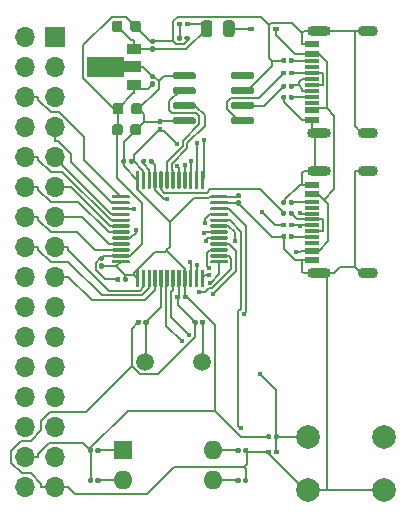
<source format=gtl>
G04 #@! TF.GenerationSoftware,KiCad,Pcbnew,5.1.8+dfsg1-1~bpo10+1*
G04 #@! TF.CreationDate,2020-11-28T00:35:18+08:00*
G04 #@! TF.ProjectId,stm32-io-extend,73746d33-322d-4696-9f2d-657874656e64,rev?*
G04 #@! TF.SameCoordinates,Original*
G04 #@! TF.FileFunction,Copper,L1,Top*
G04 #@! TF.FilePolarity,Positive*
%FSLAX46Y46*%
G04 Gerber Fmt 4.6, Leading zero omitted, Abs format (unit mm)*
G04 Created by KiCad (PCBNEW 5.1.8+dfsg1-1~bpo10+1) date 2020-11-28 00:35:18*
%MOMM*%
%LPD*%
G01*
G04 APERTURE LIST*
G04 #@! TA.AperFunction,SMDPad,CuDef*
%ADD10R,0.600000X0.450000*%
G04 #@! TD*
G04 #@! TA.AperFunction,ComponentPad*
%ADD11O,2.000000X0.900000*%
G04 #@! TD*
G04 #@! TA.AperFunction,ComponentPad*
%ADD12O,1.700000X0.900000*%
G04 #@! TD*
G04 #@! TA.AperFunction,SMDPad,CuDef*
%ADD13R,1.160000X0.300000*%
G04 #@! TD*
G04 #@! TA.AperFunction,SMDPad,CuDef*
%ADD14R,1.160000X0.600000*%
G04 #@! TD*
G04 #@! TA.AperFunction,ComponentPad*
%ADD15R,1.700000X1.700000*%
G04 #@! TD*
G04 #@! TA.AperFunction,ComponentPad*
%ADD16O,1.700000X1.700000*%
G04 #@! TD*
G04 #@! TA.AperFunction,ComponentPad*
%ADD17R,1.600000X1.600000*%
G04 #@! TD*
G04 #@! TA.AperFunction,ComponentPad*
%ADD18O,1.600000X1.600000*%
G04 #@! TD*
G04 #@! TA.AperFunction,ComponentPad*
%ADD19C,2.000000*%
G04 #@! TD*
G04 #@! TA.AperFunction,SMDPad,CuDef*
%ADD20R,1.300000X0.900000*%
G04 #@! TD*
G04 #@! TA.AperFunction,SMDPad,CuDef*
%ADD21C,0.100000*%
G04 #@! TD*
G04 #@! TA.AperFunction,ComponentPad*
%ADD22C,1.500000*%
G04 #@! TD*
G04 #@! TA.AperFunction,ViaPad*
%ADD23C,0.400000*%
G04 #@! TD*
G04 #@! TA.AperFunction,Conductor*
%ADD24C,0.200000*%
G04 #@! TD*
G04 APERTURE END LIST*
G04 #@! TO.P,C1,1*
G04 #@! TO.N,+3V3*
G04 #@! TA.AperFunction,SMDPad,CuDef*
G36*
G01*
X89900000Y-79725000D02*
X89900000Y-79925000D01*
G75*
G02*
X89800000Y-80025000I-100000J0D01*
G01*
X89540000Y-80025000D01*
G75*
G02*
X89440000Y-79925000I0J100000D01*
G01*
X89440000Y-79725000D01*
G75*
G02*
X89540000Y-79625000I100000J0D01*
G01*
X89800000Y-79625000D01*
G75*
G02*
X89900000Y-79725000I0J-100000D01*
G01*
G37*
G04 #@! TD.AperFunction*
G04 #@! TO.P,C1,2*
G04 #@! TO.N,GND*
G04 #@! TA.AperFunction,SMDPad,CuDef*
G36*
G01*
X89260000Y-79725000D02*
X89260000Y-79925000D01*
G75*
G02*
X89160000Y-80025000I-100000J0D01*
G01*
X88900000Y-80025000D01*
G75*
G02*
X88800000Y-79925000I0J100000D01*
G01*
X88800000Y-79725000D01*
G75*
G02*
X88900000Y-79625000I100000J0D01*
G01*
X89160000Y-79625000D01*
G75*
G02*
X89260000Y-79725000I0J-100000D01*
G01*
G37*
G04 #@! TD.AperFunction*
G04 #@! TD*
G04 #@! TO.P,C2,2*
G04 #@! TO.N,GND*
G04 #@! TA.AperFunction,SMDPad,CuDef*
G36*
G01*
X94340000Y-81225000D02*
X94340000Y-81425000D01*
G75*
G02*
X94240000Y-81525000I-100000J0D01*
G01*
X93980000Y-81525000D01*
G75*
G02*
X93880000Y-81425000I0J100000D01*
G01*
X93880000Y-81225000D01*
G75*
G02*
X93980000Y-81125000I100000J0D01*
G01*
X94240000Y-81125000D01*
G75*
G02*
X94340000Y-81225000I0J-100000D01*
G01*
G37*
G04 #@! TD.AperFunction*
G04 #@! TO.P,C2,1*
G04 #@! TO.N,+3V3*
G04 #@! TA.AperFunction,SMDPad,CuDef*
G36*
G01*
X94980000Y-81225000D02*
X94980000Y-81425000D01*
G75*
G02*
X94880000Y-81525000I-100000J0D01*
G01*
X94620000Y-81525000D01*
G75*
G02*
X94520000Y-81425000I0J100000D01*
G01*
X94520000Y-81225000D01*
G75*
G02*
X94620000Y-81125000I100000J0D01*
G01*
X94880000Y-81125000D01*
G75*
G02*
X94980000Y-81225000I0J-100000D01*
G01*
G37*
G04 #@! TD.AperFunction*
G04 #@! TD*
G04 #@! TO.P,C3,1*
G04 #@! TO.N,+3V3*
G04 #@! TA.AperFunction,SMDPad,CuDef*
G36*
G01*
X87750000Y-78925000D02*
X87550000Y-78925000D01*
G75*
G02*
X87450000Y-78825000I0J100000D01*
G01*
X87450000Y-78565000D01*
G75*
G02*
X87550000Y-78465000I100000J0D01*
G01*
X87750000Y-78465000D01*
G75*
G02*
X87850000Y-78565000I0J-100000D01*
G01*
X87850000Y-78825000D01*
G75*
G02*
X87750000Y-78925000I-100000J0D01*
G01*
G37*
G04 #@! TD.AperFunction*
G04 #@! TO.P,C3,2*
G04 #@! TO.N,GND*
G04 #@! TA.AperFunction,SMDPad,CuDef*
G36*
G01*
X87750000Y-78285000D02*
X87550000Y-78285000D01*
G75*
G02*
X87450000Y-78185000I0J100000D01*
G01*
X87450000Y-77925000D01*
G75*
G02*
X87550000Y-77825000I100000J0D01*
G01*
X87750000Y-77825000D01*
G75*
G02*
X87850000Y-77925000I0J-100000D01*
G01*
X87850000Y-78185000D01*
G75*
G02*
X87750000Y-78285000I-100000J0D01*
G01*
G37*
G04 #@! TD.AperFunction*
G04 #@! TD*
G04 #@! TO.P,C4,1*
G04 #@! TO.N,+3V3*
G04 #@! TA.AperFunction,SMDPad,CuDef*
G36*
G01*
X91875000Y-62425000D02*
X92075000Y-62425000D01*
G75*
G02*
X92175000Y-62525000I0J-100000D01*
G01*
X92175000Y-62785000D01*
G75*
G02*
X92075000Y-62885000I-100000J0D01*
G01*
X91875000Y-62885000D01*
G75*
G02*
X91775000Y-62785000I0J100000D01*
G01*
X91775000Y-62525000D01*
G75*
G02*
X91875000Y-62425000I100000J0D01*
G01*
G37*
G04 #@! TD.AperFunction*
G04 #@! TO.P,C4,2*
G04 #@! TO.N,GND*
G04 #@! TA.AperFunction,SMDPad,CuDef*
G36*
G01*
X91875000Y-63065000D02*
X92075000Y-63065000D01*
G75*
G02*
X92175000Y-63165000I0J-100000D01*
G01*
X92175000Y-63425000D01*
G75*
G02*
X92075000Y-63525000I-100000J0D01*
G01*
X91875000Y-63525000D01*
G75*
G02*
X91775000Y-63425000I0J100000D01*
G01*
X91775000Y-63165000D01*
G75*
G02*
X91875000Y-63065000I100000J0D01*
G01*
G37*
G04 #@! TD.AperFunction*
G04 #@! TD*
G04 #@! TO.P,C5,2*
G04 #@! TO.N,GND*
G04 #@! TA.AperFunction,SMDPad,CuDef*
G36*
G01*
X99150000Y-73145000D02*
X99350000Y-73145000D01*
G75*
G02*
X99450000Y-73245000I0J-100000D01*
G01*
X99450000Y-73505000D01*
G75*
G02*
X99350000Y-73605000I-100000J0D01*
G01*
X99150000Y-73605000D01*
G75*
G02*
X99050000Y-73505000I0J100000D01*
G01*
X99050000Y-73245000D01*
G75*
G02*
X99150000Y-73145000I100000J0D01*
G01*
G37*
G04 #@! TD.AperFunction*
G04 #@! TO.P,C5,1*
G04 #@! TO.N,+3V3*
G04 #@! TA.AperFunction,SMDPad,CuDef*
G36*
G01*
X99150000Y-72505000D02*
X99350000Y-72505000D01*
G75*
G02*
X99450000Y-72605000I0J-100000D01*
G01*
X99450000Y-72865000D01*
G75*
G02*
X99350000Y-72965000I-100000J0D01*
G01*
X99150000Y-72965000D01*
G75*
G02*
X99050000Y-72865000I0J100000D01*
G01*
X99050000Y-72605000D01*
G75*
G02*
X99150000Y-72505000I100000J0D01*
G01*
G37*
G04 #@! TD.AperFunction*
G04 #@! TD*
G04 #@! TO.P,C6,1*
G04 #@! TO.N,Net-(C6-Pad1)*
G04 #@! TA.AperFunction,SMDPad,CuDef*
G36*
G01*
X88525000Y-58650000D02*
X88525000Y-58150000D01*
G75*
G02*
X88750000Y-57925000I225000J0D01*
G01*
X89200000Y-57925000D01*
G75*
G02*
X89425000Y-58150000I0J-225000D01*
G01*
X89425000Y-58650000D01*
G75*
G02*
X89200000Y-58875000I-225000J0D01*
G01*
X88750000Y-58875000D01*
G75*
G02*
X88525000Y-58650000I0J225000D01*
G01*
G37*
G04 #@! TD.AperFunction*
G04 #@! TO.P,C6,2*
G04 #@! TO.N,GND*
G04 #@! TA.AperFunction,SMDPad,CuDef*
G36*
G01*
X90075000Y-58650000D02*
X90075000Y-58150000D01*
G75*
G02*
X90300000Y-57925000I225000J0D01*
G01*
X90750000Y-57925000D01*
G75*
G02*
X90975000Y-58150000I0J-225000D01*
G01*
X90975000Y-58650000D01*
G75*
G02*
X90750000Y-58875000I-225000J0D01*
G01*
X90300000Y-58875000D01*
G75*
G02*
X90075000Y-58650000I0J225000D01*
G01*
G37*
G04 #@! TD.AperFunction*
G04 #@! TD*
G04 #@! TO.P,C7,1*
G04 #@! TO.N,+3V3*
G04 #@! TA.AperFunction,SMDPad,CuDef*
G36*
G01*
X89300000Y-69925000D02*
X89300000Y-69725000D01*
G75*
G02*
X89400000Y-69625000I100000J0D01*
G01*
X89660000Y-69625000D01*
G75*
G02*
X89760000Y-69725000I0J-100000D01*
G01*
X89760000Y-69925000D01*
G75*
G02*
X89660000Y-70025000I-100000J0D01*
G01*
X89400000Y-70025000D01*
G75*
G02*
X89300000Y-69925000I0J100000D01*
G01*
G37*
G04 #@! TD.AperFunction*
G04 #@! TO.P,C7,2*
G04 #@! TO.N,GND*
G04 #@! TA.AperFunction,SMDPad,CuDef*
G36*
G01*
X89940000Y-69925000D02*
X89940000Y-69725000D01*
G75*
G02*
X90040000Y-69625000I100000J0D01*
G01*
X90300000Y-69625000D01*
G75*
G02*
X90400000Y-69725000I0J-100000D01*
G01*
X90400000Y-69925000D01*
G75*
G02*
X90300000Y-70025000I-100000J0D01*
G01*
X90040000Y-70025000D01*
G75*
G02*
X89940000Y-69925000I0J100000D01*
G01*
G37*
G04 #@! TD.AperFunction*
G04 #@! TD*
G04 #@! TO.P,C8,2*
G04 #@! TO.N,GND*
G04 #@! TA.AperFunction,SMDPad,CuDef*
G36*
G01*
X92075000Y-59905000D02*
X91875000Y-59905000D01*
G75*
G02*
X91775000Y-59805000I0J100000D01*
G01*
X91775000Y-59545000D01*
G75*
G02*
X91875000Y-59445000I100000J0D01*
G01*
X92075000Y-59445000D01*
G75*
G02*
X92175000Y-59545000I0J-100000D01*
G01*
X92175000Y-59805000D01*
G75*
G02*
X92075000Y-59905000I-100000J0D01*
G01*
G37*
G04 #@! TD.AperFunction*
G04 #@! TO.P,C8,1*
G04 #@! TO.N,Net-(C6-Pad1)*
G04 #@! TA.AperFunction,SMDPad,CuDef*
G36*
G01*
X92075000Y-60545000D02*
X91875000Y-60545000D01*
G75*
G02*
X91775000Y-60445000I0J100000D01*
G01*
X91775000Y-60185000D01*
G75*
G02*
X91875000Y-60085000I100000J0D01*
G01*
X92075000Y-60085000D01*
G75*
G02*
X92175000Y-60185000I0J-100000D01*
G01*
X92175000Y-60445000D01*
G75*
G02*
X92075000Y-60545000I-100000J0D01*
G01*
G37*
G04 #@! TD.AperFunction*
G04 #@! TD*
G04 #@! TO.P,C9,2*
G04 #@! TO.N,GND*
G04 #@! TA.AperFunction,SMDPad,CuDef*
G36*
G01*
X92495000Y-66885000D02*
X92695000Y-66885000D01*
G75*
G02*
X92795000Y-66985000I0J-100000D01*
G01*
X92795000Y-67245000D01*
G75*
G02*
X92695000Y-67345000I-100000J0D01*
G01*
X92495000Y-67345000D01*
G75*
G02*
X92395000Y-67245000I0J100000D01*
G01*
X92395000Y-66985000D01*
G75*
G02*
X92495000Y-66885000I100000J0D01*
G01*
G37*
G04 #@! TD.AperFunction*
G04 #@! TO.P,C9,1*
G04 #@! TO.N,+3V3*
G04 #@! TA.AperFunction,SMDPad,CuDef*
G36*
G01*
X92495000Y-66245000D02*
X92695000Y-66245000D01*
G75*
G02*
X92795000Y-66345000I0J-100000D01*
G01*
X92795000Y-66605000D01*
G75*
G02*
X92695000Y-66705000I-100000J0D01*
G01*
X92495000Y-66705000D01*
G75*
G02*
X92395000Y-66605000I0J100000D01*
G01*
X92395000Y-66345000D01*
G75*
G02*
X92495000Y-66245000I100000J0D01*
G01*
G37*
G04 #@! TD.AperFunction*
G04 #@! TD*
G04 #@! TO.P,C10,1*
G04 #@! TO.N,+3V3*
G04 #@! TA.AperFunction,SMDPad,CuDef*
G36*
G01*
X91000000Y-66900000D02*
X91000000Y-67400000D01*
G75*
G02*
X90775000Y-67625000I-225000J0D01*
G01*
X90325000Y-67625000D01*
G75*
G02*
X90100000Y-67400000I0J225000D01*
G01*
X90100000Y-66900000D01*
G75*
G02*
X90325000Y-66675000I225000J0D01*
G01*
X90775000Y-66675000D01*
G75*
G02*
X91000000Y-66900000I0J-225000D01*
G01*
G37*
G04 #@! TD.AperFunction*
G04 #@! TO.P,C10,2*
G04 #@! TO.N,GND*
G04 #@! TA.AperFunction,SMDPad,CuDef*
G36*
G01*
X89450000Y-66900000D02*
X89450000Y-67400000D01*
G75*
G02*
X89225000Y-67625000I-225000J0D01*
G01*
X88775000Y-67625000D01*
G75*
G02*
X88550000Y-67400000I0J225000D01*
G01*
X88550000Y-66900000D01*
G75*
G02*
X88775000Y-66675000I225000J0D01*
G01*
X89225000Y-66675000D01*
G75*
G02*
X89450000Y-66900000I0J-225000D01*
G01*
G37*
G04 #@! TD.AperFunction*
G04 #@! TD*
G04 #@! TO.P,C11,1*
G04 #@! TO.N,/NRST*
G04 #@! TA.AperFunction,SMDPad,CuDef*
G36*
G01*
X102680000Y-94350000D02*
X102680000Y-94550000D01*
G75*
G02*
X102580000Y-94650000I-100000J0D01*
G01*
X102320000Y-94650000D01*
G75*
G02*
X102220000Y-94550000I0J100000D01*
G01*
X102220000Y-94350000D01*
G75*
G02*
X102320000Y-94250000I100000J0D01*
G01*
X102580000Y-94250000D01*
G75*
G02*
X102680000Y-94350000I0J-100000D01*
G01*
G37*
G04 #@! TD.AperFunction*
G04 #@! TO.P,C11,2*
G04 #@! TO.N,GND*
G04 #@! TA.AperFunction,SMDPad,CuDef*
G36*
G01*
X102040000Y-94350000D02*
X102040000Y-94550000D01*
G75*
G02*
X101940000Y-94650000I-100000J0D01*
G01*
X101680000Y-94650000D01*
G75*
G02*
X101580000Y-94550000I0J100000D01*
G01*
X101580000Y-94350000D01*
G75*
G02*
X101680000Y-94250000I100000J0D01*
G01*
X101940000Y-94250000D01*
G75*
G02*
X102040000Y-94350000I0J-100000D01*
G01*
G37*
G04 #@! TD.AperFunction*
G04 #@! TD*
G04 #@! TO.P,C12,2*
G04 #@! TO.N,GND*
G04 #@! TA.AperFunction,SMDPad,CuDef*
G36*
G01*
X89500000Y-65125000D02*
X89500000Y-65625000D01*
G75*
G02*
X89275000Y-65850000I-225000J0D01*
G01*
X88825000Y-65850000D01*
G75*
G02*
X88600000Y-65625000I0J225000D01*
G01*
X88600000Y-65125000D01*
G75*
G02*
X88825000Y-64900000I225000J0D01*
G01*
X89275000Y-64900000D01*
G75*
G02*
X89500000Y-65125000I0J-225000D01*
G01*
G37*
G04 #@! TD.AperFunction*
G04 #@! TO.P,C12,1*
G04 #@! TO.N,+3V3*
G04 #@! TA.AperFunction,SMDPad,CuDef*
G36*
G01*
X91050000Y-65125000D02*
X91050000Y-65625000D01*
G75*
G02*
X90825000Y-65850000I-225000J0D01*
G01*
X90375000Y-65850000D01*
G75*
G02*
X90150000Y-65625000I0J225000D01*
G01*
X90150000Y-65125000D01*
G75*
G02*
X90375000Y-64900000I225000J0D01*
G01*
X90825000Y-64900000D01*
G75*
G02*
X91050000Y-65125000I0J-225000D01*
G01*
G37*
G04 #@! TD.AperFunction*
G04 #@! TD*
G04 #@! TO.P,C13,1*
G04 #@! TO.N,Net-(C13-Pad1)*
G04 #@! TA.AperFunction,SMDPad,CuDef*
G36*
G01*
X91650000Y-83350000D02*
X91650000Y-83550000D01*
G75*
G02*
X91550000Y-83650000I-100000J0D01*
G01*
X91290000Y-83650000D01*
G75*
G02*
X91190000Y-83550000I0J100000D01*
G01*
X91190000Y-83350000D01*
G75*
G02*
X91290000Y-83250000I100000J0D01*
G01*
X91550000Y-83250000D01*
G75*
G02*
X91650000Y-83350000I0J-100000D01*
G01*
G37*
G04 #@! TD.AperFunction*
G04 #@! TO.P,C13,2*
G04 #@! TO.N,GND*
G04 #@! TA.AperFunction,SMDPad,CuDef*
G36*
G01*
X91010000Y-83350000D02*
X91010000Y-83550000D01*
G75*
G02*
X90910000Y-83650000I-100000J0D01*
G01*
X90650000Y-83650000D01*
G75*
G02*
X90550000Y-83550000I0J100000D01*
G01*
X90550000Y-83350000D01*
G75*
G02*
X90650000Y-83250000I100000J0D01*
G01*
X90910000Y-83250000D01*
G75*
G02*
X91010000Y-83350000I0J-100000D01*
G01*
G37*
G04 #@! TD.AperFunction*
G04 #@! TD*
G04 #@! TO.P,C14,2*
G04 #@! TO.N,GND*
G04 #@! TA.AperFunction,SMDPad,CuDef*
G36*
G01*
X95810000Y-83350000D02*
X95810000Y-83550000D01*
G75*
G02*
X95710000Y-83650000I-100000J0D01*
G01*
X95450000Y-83650000D01*
G75*
G02*
X95350000Y-83550000I0J100000D01*
G01*
X95350000Y-83350000D01*
G75*
G02*
X95450000Y-83250000I100000J0D01*
G01*
X95710000Y-83250000D01*
G75*
G02*
X95810000Y-83350000I0J-100000D01*
G01*
G37*
G04 #@! TD.AperFunction*
G04 #@! TO.P,C14,1*
G04 #@! TO.N,Net-(C14-Pad1)*
G04 #@! TA.AperFunction,SMDPad,CuDef*
G36*
G01*
X96450000Y-83350000D02*
X96450000Y-83550000D01*
G75*
G02*
X96350000Y-83650000I-100000J0D01*
G01*
X96090000Y-83650000D01*
G75*
G02*
X95990000Y-83550000I0J100000D01*
G01*
X95990000Y-83350000D01*
G75*
G02*
X96090000Y-83250000I100000J0D01*
G01*
X96350000Y-83250000D01*
G75*
G02*
X96450000Y-83350000I0J-100000D01*
G01*
G37*
G04 #@! TD.AperFunction*
G04 #@! TD*
D10*
G04 #@! TO.P,D1,1*
G04 #@! TO.N,Net-(D1-Pad1)*
X100350000Y-58600000D03*
G04 #@! TO.P,D1,2*
G04 #@! TO.N,+5V*
X102450000Y-58600000D03*
G04 #@! TD*
G04 #@! TO.P,D2,1*
G04 #@! TO.N,GND*
G04 #@! TA.AperFunction,SMDPad,CuDef*
G36*
G01*
X95130000Y-59300000D02*
X95130000Y-59500000D01*
G75*
G02*
X95030000Y-59600000I-100000J0D01*
G01*
X94770000Y-59600000D01*
G75*
G02*
X94670000Y-59500000I0J100000D01*
G01*
X94670000Y-59300000D01*
G75*
G02*
X94770000Y-59200000I100000J0D01*
G01*
X95030000Y-59200000D01*
G75*
G02*
X95130000Y-59300000I0J-100000D01*
G01*
G37*
G04 #@! TD.AperFunction*
G04 #@! TO.P,D2,2*
G04 #@! TO.N,Net-(D2-Pad2)*
G04 #@! TA.AperFunction,SMDPad,CuDef*
G36*
G01*
X94490000Y-59300000D02*
X94490000Y-59500000D01*
G75*
G02*
X94390000Y-59600000I-100000J0D01*
G01*
X94130000Y-59600000D01*
G75*
G02*
X94030000Y-59500000I0J100000D01*
G01*
X94030000Y-59300000D01*
G75*
G02*
X94130000Y-59200000I100000J0D01*
G01*
X94390000Y-59200000D01*
G75*
G02*
X94490000Y-59300000I0J-100000D01*
G01*
G37*
G04 #@! TD.AperFunction*
G04 #@! TD*
G04 #@! TO.P,F1,1*
G04 #@! TO.N,Net-(C6-Pad1)*
G04 #@! TA.AperFunction,SMDPad,CuDef*
G36*
G01*
X96075000Y-59056250D02*
X96075000Y-58143750D01*
G75*
G02*
X96318750Y-57900000I243750J0D01*
G01*
X96806250Y-57900000D01*
G75*
G02*
X97050000Y-58143750I0J-243750D01*
G01*
X97050000Y-59056250D01*
G75*
G02*
X96806250Y-59300000I-243750J0D01*
G01*
X96318750Y-59300000D01*
G75*
G02*
X96075000Y-59056250I0J243750D01*
G01*
G37*
G04 #@! TD.AperFunction*
G04 #@! TO.P,F1,2*
G04 #@! TO.N,Net-(D1-Pad1)*
G04 #@! TA.AperFunction,SMDPad,CuDef*
G36*
G01*
X97950000Y-59056250D02*
X97950000Y-58143750D01*
G75*
G02*
X98193750Y-57900000I243750J0D01*
G01*
X98681250Y-57900000D01*
G75*
G02*
X98925000Y-58143750I0J-243750D01*
G01*
X98925000Y-59056250D01*
G75*
G02*
X98681250Y-59300000I-243750J0D01*
G01*
X98193750Y-59300000D01*
G75*
G02*
X97950000Y-59056250I0J243750D01*
G01*
G37*
G04 #@! TD.AperFunction*
G04 #@! TD*
D11*
G04 #@! TO.P,J1,S1*
G04 #@! TO.N,GND*
X106070000Y-67420000D03*
X106070000Y-58780000D03*
D12*
X110240000Y-67420000D03*
X110240000Y-58780000D03*
D13*
G04 #@! TO.P,J1,B7*
G04 #@! TO.N,Net-(J1-PadA7)*
X105490000Y-63850000D03*
G04 #@! TO.P,J1,A6*
G04 #@! TO.N,Net-(J1-PadA6)*
X105490000Y-63350000D03*
G04 #@! TO.P,J1,A7*
G04 #@! TO.N,Net-(J1-PadA7)*
X105490000Y-62850000D03*
G04 #@! TO.P,J1,B8*
G04 #@! TO.N,N/C*
X105490000Y-64850000D03*
G04 #@! TO.P,J1,A5*
G04 #@! TO.N,Net-(J1-PadA5)*
X105490000Y-64350000D03*
G04 #@! TO.P,J1,A8*
G04 #@! TO.N,N/C*
X105490000Y-61850000D03*
G04 #@! TO.P,J1,B6*
G04 #@! TO.N,Net-(J1-PadA6)*
X105490000Y-62350000D03*
G04 #@! TO.P,J1,B5*
G04 #@! TO.N,Net-(J1-PadB5)*
X105490000Y-61350000D03*
D14*
G04 #@! TO.P,J1,A4*
G04 #@! TO.N,+5V*
X105490000Y-65500000D03*
G04 #@! TO.P,J1,B9*
X105490000Y-65500000D03*
G04 #@! TO.P,J1,A1*
G04 #@! TO.N,GND*
X105490000Y-66300000D03*
G04 #@! TO.P,J1,B12*
X105490000Y-66300000D03*
G04 #@! TO.P,J1,B4*
G04 #@! TO.N,+5V*
X105490000Y-60700000D03*
G04 #@! TO.P,J1,B1*
G04 #@! TO.N,GND*
X105490000Y-59900000D03*
G04 #@! TO.P,J1,A9*
G04 #@! TO.N,+5V*
X105490000Y-60700000D03*
G04 #@! TO.P,J1,A12*
G04 #@! TO.N,GND*
X105490000Y-59900000D03*
G04 #@! TD*
G04 #@! TO.P,J2,A12*
G04 #@! TO.N,GND*
X105490000Y-71800000D03*
G04 #@! TO.P,J2,A9*
G04 #@! TO.N,+5V*
X105490000Y-72600000D03*
G04 #@! TO.P,J2,B1*
G04 #@! TO.N,GND*
X105490000Y-71800000D03*
G04 #@! TO.P,J2,B4*
G04 #@! TO.N,+5V*
X105490000Y-72600000D03*
G04 #@! TO.P,J2,B12*
G04 #@! TO.N,GND*
X105490000Y-78200000D03*
G04 #@! TO.P,J2,A1*
X105490000Y-78200000D03*
G04 #@! TO.P,J2,B9*
G04 #@! TO.N,+5V*
X105490000Y-77400000D03*
G04 #@! TO.P,J2,A4*
X105490000Y-77400000D03*
D13*
G04 #@! TO.P,J2,B5*
G04 #@! TO.N,Net-(J2-PadB5)*
X105490000Y-73250000D03*
G04 #@! TO.P,J2,B6*
G04 #@! TO.N,Net-(J2-PadA6)*
X105490000Y-74250000D03*
G04 #@! TO.P,J2,A8*
G04 #@! TO.N,N/C*
X105490000Y-73750000D03*
G04 #@! TO.P,J2,A5*
G04 #@! TO.N,Net-(J2-PadA5)*
X105490000Y-76250000D03*
G04 #@! TO.P,J2,B8*
G04 #@! TO.N,N/C*
X105490000Y-76750000D03*
G04 #@! TO.P,J2,A7*
G04 #@! TO.N,Net-(J2-PadA7)*
X105490000Y-74750000D03*
G04 #@! TO.P,J2,A6*
G04 #@! TO.N,Net-(J2-PadA6)*
X105490000Y-75250000D03*
G04 #@! TO.P,J2,B7*
G04 #@! TO.N,Net-(J2-PadA7)*
X105490000Y-75750000D03*
D12*
G04 #@! TO.P,J2,S1*
G04 #@! TO.N,GND*
X110240000Y-70680000D03*
X110240000Y-79320000D03*
D11*
X106070000Y-70680000D03*
X106070000Y-79320000D03*
G04 #@! TD*
D15*
G04 #@! TO.P,J3,1*
G04 #@! TO.N,/P1*
X83700000Y-59300000D03*
D16*
G04 #@! TO.P,J3,2*
G04 #@! TO.N,/P2*
X81160000Y-59300000D03*
G04 #@! TO.P,J3,3*
G04 #@! TO.N,/P3*
X83700000Y-61840000D03*
G04 #@! TO.P,J3,4*
G04 #@! TO.N,/P4*
X81160000Y-61840000D03*
G04 #@! TO.P,J3,5*
G04 #@! TO.N,/P5*
X83700000Y-64380000D03*
G04 #@! TO.P,J3,6*
G04 #@! TO.N,/P6*
X81160000Y-64380000D03*
G04 #@! TO.P,J3,7*
G04 #@! TO.N,/P7*
X83700000Y-66920000D03*
G04 #@! TO.P,J3,8*
G04 #@! TO.N,/P8*
X81160000Y-66920000D03*
G04 #@! TO.P,J3,9*
G04 #@! TO.N,/P9*
X83700000Y-69460000D03*
G04 #@! TO.P,J3,10*
G04 #@! TO.N,/P10*
X81160000Y-69460000D03*
G04 #@! TO.P,J3,11*
G04 #@! TO.N,/P11*
X83700000Y-72000000D03*
G04 #@! TO.P,J3,12*
G04 #@! TO.N,/P12*
X81160000Y-72000000D03*
G04 #@! TO.P,J3,13*
G04 #@! TO.N,/P13*
X83700000Y-74540000D03*
G04 #@! TO.P,J3,14*
G04 #@! TO.N,/P14*
X81160000Y-74540000D03*
G04 #@! TO.P,J3,15*
G04 #@! TO.N,/P15*
X83700000Y-77080000D03*
G04 #@! TO.P,J3,16*
G04 #@! TO.N,/P16*
X81160000Y-77080000D03*
G04 #@! TO.P,J3,17*
G04 #@! TO.N,/P17*
X83700000Y-79620000D03*
G04 #@! TO.P,J3,18*
G04 #@! TO.N,/P18*
X81160000Y-79620000D03*
G04 #@! TO.P,J3,19*
G04 #@! TO.N,/P19*
X83700000Y-82160000D03*
G04 #@! TO.P,J3,20*
G04 #@! TO.N,/P20*
X81160000Y-82160000D03*
G04 #@! TO.P,J3,21*
G04 #@! TO.N,/P21*
X83700000Y-84700000D03*
G04 #@! TO.P,J3,22*
G04 #@! TO.N,/P22*
X81160000Y-84700000D03*
G04 #@! TO.P,J3,23*
G04 #@! TO.N,/P23*
X83700000Y-87240000D03*
G04 #@! TO.P,J3,24*
G04 #@! TO.N,/P24*
X81160000Y-87240000D03*
G04 #@! TO.P,J3,25*
G04 #@! TO.N,/P25*
X83700000Y-89780000D03*
G04 #@! TO.P,J3,26*
G04 #@! TO.N,/P26*
X81160000Y-89780000D03*
G04 #@! TO.P,J3,27*
G04 #@! TO.N,/P27*
X83700000Y-92320000D03*
G04 #@! TO.P,J3,28*
G04 #@! TO.N,/P28*
X81160000Y-92320000D03*
G04 #@! TO.P,J3,29*
G04 #@! TO.N,/P29*
X83700000Y-94860000D03*
G04 #@! TO.P,J3,30*
G04 #@! TO.N,+3V3*
X81160000Y-94860000D03*
G04 #@! TO.P,J3,31*
G04 #@! TO.N,GND*
X83700000Y-97400000D03*
G04 #@! TO.P,J3,32*
G04 #@! TO.N,+5V*
X81160000Y-97400000D03*
G04 #@! TD*
G04 #@! TO.P,R1,2*
G04 #@! TO.N,Net-(R1-Pad2)*
G04 #@! TA.AperFunction,SMDPad,CuDef*
G36*
G01*
X87140000Y-96950000D02*
X87140000Y-96750000D01*
G75*
G02*
X87240000Y-96650000I100000J0D01*
G01*
X87500000Y-96650000D01*
G75*
G02*
X87600000Y-96750000I0J-100000D01*
G01*
X87600000Y-96950000D01*
G75*
G02*
X87500000Y-97050000I-100000J0D01*
G01*
X87240000Y-97050000D01*
G75*
G02*
X87140000Y-96950000I0J100000D01*
G01*
G37*
G04 #@! TD.AperFunction*
G04 #@! TO.P,R1,1*
G04 #@! TO.N,+3V3*
G04 #@! TA.AperFunction,SMDPad,CuDef*
G36*
G01*
X86500000Y-96950000D02*
X86500000Y-96750000D01*
G75*
G02*
X86600000Y-96650000I100000J0D01*
G01*
X86860000Y-96650000D01*
G75*
G02*
X86960000Y-96750000I0J-100000D01*
G01*
X86960000Y-96950000D01*
G75*
G02*
X86860000Y-97050000I-100000J0D01*
G01*
X86600000Y-97050000D01*
G75*
G02*
X86500000Y-96950000I0J100000D01*
G01*
G37*
G04 #@! TD.AperFunction*
G04 #@! TD*
G04 #@! TO.P,R2,1*
G04 #@! TO.N,Net-(R2-Pad1)*
G04 #@! TA.AperFunction,SMDPad,CuDef*
G36*
G01*
X87600000Y-94200000D02*
X87600000Y-94400000D01*
G75*
G02*
X87500000Y-94500000I-100000J0D01*
G01*
X87240000Y-94500000D01*
G75*
G02*
X87140000Y-94400000I0J100000D01*
G01*
X87140000Y-94200000D01*
G75*
G02*
X87240000Y-94100000I100000J0D01*
G01*
X87500000Y-94100000D01*
G75*
G02*
X87600000Y-94200000I0J-100000D01*
G01*
G37*
G04 #@! TD.AperFunction*
G04 #@! TO.P,R2,2*
G04 #@! TO.N,+3V3*
G04 #@! TA.AperFunction,SMDPad,CuDef*
G36*
G01*
X86960000Y-94200000D02*
X86960000Y-94400000D01*
G75*
G02*
X86860000Y-94500000I-100000J0D01*
G01*
X86600000Y-94500000D01*
G75*
G02*
X86500000Y-94400000I0J100000D01*
G01*
X86500000Y-94200000D01*
G75*
G02*
X86600000Y-94100000I100000J0D01*
G01*
X86860000Y-94100000D01*
G75*
G02*
X86960000Y-94200000I0J-100000D01*
G01*
G37*
G04 #@! TD.AperFunction*
G04 #@! TD*
G04 #@! TO.P,R3,1*
G04 #@! TO.N,Net-(C6-Pad1)*
G04 #@! TA.AperFunction,SMDPad,CuDef*
G36*
G01*
X95150000Y-58100000D02*
X95150000Y-58300000D01*
G75*
G02*
X95050000Y-58400000I-100000J0D01*
G01*
X94790000Y-58400000D01*
G75*
G02*
X94690000Y-58300000I0J100000D01*
G01*
X94690000Y-58100000D01*
G75*
G02*
X94790000Y-58000000I100000J0D01*
G01*
X95050000Y-58000000D01*
G75*
G02*
X95150000Y-58100000I0J-100000D01*
G01*
G37*
G04 #@! TD.AperFunction*
G04 #@! TO.P,R3,2*
G04 #@! TO.N,Net-(D2-Pad2)*
G04 #@! TA.AperFunction,SMDPad,CuDef*
G36*
G01*
X94510000Y-58100000D02*
X94510000Y-58300000D01*
G75*
G02*
X94410000Y-58400000I-100000J0D01*
G01*
X94150000Y-58400000D01*
G75*
G02*
X94050000Y-58300000I0J100000D01*
G01*
X94050000Y-58100000D01*
G75*
G02*
X94150000Y-58000000I100000J0D01*
G01*
X94410000Y-58000000D01*
G75*
G02*
X94510000Y-58100000I0J-100000D01*
G01*
G37*
G04 #@! TD.AperFunction*
G04 #@! TD*
G04 #@! TO.P,R4,1*
G04 #@! TO.N,GND*
G04 #@! TA.AperFunction,SMDPad,CuDef*
G36*
G01*
X102850000Y-64500000D02*
X102850000Y-64300000D01*
G75*
G02*
X102950000Y-64200000I100000J0D01*
G01*
X103210000Y-64200000D01*
G75*
G02*
X103310000Y-64300000I0J-100000D01*
G01*
X103310000Y-64500000D01*
G75*
G02*
X103210000Y-64600000I-100000J0D01*
G01*
X102950000Y-64600000D01*
G75*
G02*
X102850000Y-64500000I0J100000D01*
G01*
G37*
G04 #@! TD.AperFunction*
G04 #@! TO.P,R4,2*
G04 #@! TO.N,Net-(J1-PadA5)*
G04 #@! TA.AperFunction,SMDPad,CuDef*
G36*
G01*
X103490000Y-64500000D02*
X103490000Y-64300000D01*
G75*
G02*
X103590000Y-64200000I100000J0D01*
G01*
X103850000Y-64200000D01*
G75*
G02*
X103950000Y-64300000I0J-100000D01*
G01*
X103950000Y-64500000D01*
G75*
G02*
X103850000Y-64600000I-100000J0D01*
G01*
X103590000Y-64600000D01*
G75*
G02*
X103490000Y-64500000I0J100000D01*
G01*
G37*
G04 #@! TD.AperFunction*
G04 #@! TD*
G04 #@! TO.P,R5,2*
G04 #@! TO.N,Net-(J1-PadA6)*
G04 #@! TA.AperFunction,SMDPad,CuDef*
G36*
G01*
X103490000Y-62450000D02*
X103490000Y-62250000D01*
G75*
G02*
X103590000Y-62150000I100000J0D01*
G01*
X103850000Y-62150000D01*
G75*
G02*
X103950000Y-62250000I0J-100000D01*
G01*
X103950000Y-62450000D01*
G75*
G02*
X103850000Y-62550000I-100000J0D01*
G01*
X103590000Y-62550000D01*
G75*
G02*
X103490000Y-62450000I0J100000D01*
G01*
G37*
G04 #@! TD.AperFunction*
G04 #@! TO.P,R5,1*
G04 #@! TO.N,Net-(R5-Pad1)*
G04 #@! TA.AperFunction,SMDPad,CuDef*
G36*
G01*
X102850000Y-62450000D02*
X102850000Y-62250000D01*
G75*
G02*
X102950000Y-62150000I100000J0D01*
G01*
X103210000Y-62150000D01*
G75*
G02*
X103310000Y-62250000I0J-100000D01*
G01*
X103310000Y-62450000D01*
G75*
G02*
X103210000Y-62550000I-100000J0D01*
G01*
X102950000Y-62550000D01*
G75*
G02*
X102850000Y-62450000I0J100000D01*
G01*
G37*
G04 #@! TD.AperFunction*
G04 #@! TD*
G04 #@! TO.P,R6,1*
G04 #@! TO.N,Net-(R6-Pad1)*
G04 #@! TA.AperFunction,SMDPad,CuDef*
G36*
G01*
X102850000Y-63575000D02*
X102850000Y-63375000D01*
G75*
G02*
X102950000Y-63275000I100000J0D01*
G01*
X103210000Y-63275000D01*
G75*
G02*
X103310000Y-63375000I0J-100000D01*
G01*
X103310000Y-63575000D01*
G75*
G02*
X103210000Y-63675000I-100000J0D01*
G01*
X102950000Y-63675000D01*
G75*
G02*
X102850000Y-63575000I0J100000D01*
G01*
G37*
G04 #@! TD.AperFunction*
G04 #@! TO.P,R6,2*
G04 #@! TO.N,Net-(J1-PadA7)*
G04 #@! TA.AperFunction,SMDPad,CuDef*
G36*
G01*
X103490000Y-63575000D02*
X103490000Y-63375000D01*
G75*
G02*
X103590000Y-63275000I100000J0D01*
G01*
X103850000Y-63275000D01*
G75*
G02*
X103950000Y-63375000I0J-100000D01*
G01*
X103950000Y-63575000D01*
G75*
G02*
X103850000Y-63675000I-100000J0D01*
G01*
X103590000Y-63675000D01*
G75*
G02*
X103490000Y-63575000I0J100000D01*
G01*
G37*
G04 #@! TD.AperFunction*
G04 #@! TD*
G04 #@! TO.P,R7,2*
G04 #@! TO.N,Net-(J1-PadB5)*
G04 #@! TA.AperFunction,SMDPad,CuDef*
G36*
G01*
X103490000Y-61400000D02*
X103490000Y-61200000D01*
G75*
G02*
X103590000Y-61100000I100000J0D01*
G01*
X103850000Y-61100000D01*
G75*
G02*
X103950000Y-61200000I0J-100000D01*
G01*
X103950000Y-61400000D01*
G75*
G02*
X103850000Y-61500000I-100000J0D01*
G01*
X103590000Y-61500000D01*
G75*
G02*
X103490000Y-61400000I0J100000D01*
G01*
G37*
G04 #@! TD.AperFunction*
G04 #@! TO.P,R7,1*
G04 #@! TO.N,GND*
G04 #@! TA.AperFunction,SMDPad,CuDef*
G36*
G01*
X102850000Y-61400000D02*
X102850000Y-61200000D01*
G75*
G02*
X102950000Y-61100000I100000J0D01*
G01*
X103210000Y-61100000D01*
G75*
G02*
X103310000Y-61200000I0J-100000D01*
G01*
X103310000Y-61400000D01*
G75*
G02*
X103210000Y-61500000I-100000J0D01*
G01*
X102950000Y-61500000D01*
G75*
G02*
X102850000Y-61400000I0J100000D01*
G01*
G37*
G04 #@! TD.AperFunction*
G04 #@! TD*
G04 #@! TO.P,R8,1*
G04 #@! TO.N,GND*
G04 #@! TA.AperFunction,SMDPad,CuDef*
G36*
G01*
X100080000Y-96750000D02*
X100080000Y-96950000D01*
G75*
G02*
X99980000Y-97050000I-100000J0D01*
G01*
X99720000Y-97050000D01*
G75*
G02*
X99620000Y-96950000I0J100000D01*
G01*
X99620000Y-96750000D01*
G75*
G02*
X99720000Y-96650000I100000J0D01*
G01*
X99980000Y-96650000D01*
G75*
G02*
X100080000Y-96750000I0J-100000D01*
G01*
G37*
G04 #@! TD.AperFunction*
G04 #@! TO.P,R8,2*
G04 #@! TO.N,/BOOT1*
G04 #@! TA.AperFunction,SMDPad,CuDef*
G36*
G01*
X99440000Y-96750000D02*
X99440000Y-96950000D01*
G75*
G02*
X99340000Y-97050000I-100000J0D01*
G01*
X99080000Y-97050000D01*
G75*
G02*
X98980000Y-96950000I0J100000D01*
G01*
X98980000Y-96750000D01*
G75*
G02*
X99080000Y-96650000I100000J0D01*
G01*
X99340000Y-96650000D01*
G75*
G02*
X99440000Y-96750000I0J-100000D01*
G01*
G37*
G04 #@! TD.AperFunction*
G04 #@! TD*
G04 #@! TO.P,R9,1*
G04 #@! TO.N,+3V3*
G04 #@! TA.AperFunction,SMDPad,CuDef*
G36*
G01*
X101580000Y-93250000D02*
X101580000Y-93050000D01*
G75*
G02*
X101680000Y-92950000I100000J0D01*
G01*
X101940000Y-92950000D01*
G75*
G02*
X102040000Y-93050000I0J-100000D01*
G01*
X102040000Y-93250000D01*
G75*
G02*
X101940000Y-93350000I-100000J0D01*
G01*
X101680000Y-93350000D01*
G75*
G02*
X101580000Y-93250000I0J100000D01*
G01*
G37*
G04 #@! TD.AperFunction*
G04 #@! TO.P,R9,2*
G04 #@! TO.N,/NRST*
G04 #@! TA.AperFunction,SMDPad,CuDef*
G36*
G01*
X102220000Y-93250000D02*
X102220000Y-93050000D01*
G75*
G02*
X102320000Y-92950000I100000J0D01*
G01*
X102580000Y-92950000D01*
G75*
G02*
X102680000Y-93050000I0J-100000D01*
G01*
X102680000Y-93250000D01*
G75*
G02*
X102580000Y-93350000I-100000J0D01*
G01*
X102320000Y-93350000D01*
G75*
G02*
X102220000Y-93250000I0J100000D01*
G01*
G37*
G04 #@! TD.AperFunction*
G04 #@! TD*
G04 #@! TO.P,R10,2*
G04 #@! TO.N,/BOOT0*
G04 #@! TA.AperFunction,SMDPad,CuDef*
G36*
G01*
X99440000Y-94200000D02*
X99440000Y-94400000D01*
G75*
G02*
X99340000Y-94500000I-100000J0D01*
G01*
X99080000Y-94500000D01*
G75*
G02*
X98980000Y-94400000I0J100000D01*
G01*
X98980000Y-94200000D01*
G75*
G02*
X99080000Y-94100000I100000J0D01*
G01*
X99340000Y-94100000D01*
G75*
G02*
X99440000Y-94200000I0J-100000D01*
G01*
G37*
G04 #@! TD.AperFunction*
G04 #@! TO.P,R10,1*
G04 #@! TO.N,GND*
G04 #@! TA.AperFunction,SMDPad,CuDef*
G36*
G01*
X100080000Y-94200000D02*
X100080000Y-94400000D01*
G75*
G02*
X99980000Y-94500000I-100000J0D01*
G01*
X99720000Y-94500000D01*
G75*
G02*
X99620000Y-94400000I0J100000D01*
G01*
X99620000Y-94200000D01*
G75*
G02*
X99720000Y-94100000I100000J0D01*
G01*
X99980000Y-94100000D01*
G75*
G02*
X100080000Y-94200000I0J-100000D01*
G01*
G37*
G04 #@! TD.AperFunction*
G04 #@! TD*
G04 #@! TO.P,R11,1*
G04 #@! TO.N,GND*
G04 #@! TA.AperFunction,SMDPad,CuDef*
G36*
G01*
X102850000Y-73400000D02*
X102850000Y-73200000D01*
G75*
G02*
X102950000Y-73100000I100000J0D01*
G01*
X103210000Y-73100000D01*
G75*
G02*
X103310000Y-73200000I0J-100000D01*
G01*
X103310000Y-73400000D01*
G75*
G02*
X103210000Y-73500000I-100000J0D01*
G01*
X102950000Y-73500000D01*
G75*
G02*
X102850000Y-73400000I0J100000D01*
G01*
G37*
G04 #@! TD.AperFunction*
G04 #@! TO.P,R11,2*
G04 #@! TO.N,Net-(J2-PadB5)*
G04 #@! TA.AperFunction,SMDPad,CuDef*
G36*
G01*
X103490000Y-73400000D02*
X103490000Y-73200000D01*
G75*
G02*
X103590000Y-73100000I100000J0D01*
G01*
X103850000Y-73100000D01*
G75*
G02*
X103950000Y-73200000I0J-100000D01*
G01*
X103950000Y-73400000D01*
G75*
G02*
X103850000Y-73500000I-100000J0D01*
G01*
X103590000Y-73500000D01*
G75*
G02*
X103490000Y-73400000I0J100000D01*
G01*
G37*
G04 #@! TD.AperFunction*
G04 #@! TD*
G04 #@! TO.P,R12,2*
G04 #@! TO.N,Net-(J2-PadA6)*
G04 #@! TA.AperFunction,SMDPad,CuDef*
G36*
G01*
X103490000Y-75325000D02*
X103490000Y-75125000D01*
G75*
G02*
X103590000Y-75025000I100000J0D01*
G01*
X103850000Y-75025000D01*
G75*
G02*
X103950000Y-75125000I0J-100000D01*
G01*
X103950000Y-75325000D01*
G75*
G02*
X103850000Y-75425000I-100000J0D01*
G01*
X103590000Y-75425000D01*
G75*
G02*
X103490000Y-75325000I0J100000D01*
G01*
G37*
G04 #@! TD.AperFunction*
G04 #@! TO.P,R12,1*
G04 #@! TO.N,/USBDP*
G04 #@! TA.AperFunction,SMDPad,CuDef*
G36*
G01*
X102850000Y-75325000D02*
X102850000Y-75125000D01*
G75*
G02*
X102950000Y-75025000I100000J0D01*
G01*
X103210000Y-75025000D01*
G75*
G02*
X103310000Y-75125000I0J-100000D01*
G01*
X103310000Y-75325000D01*
G75*
G02*
X103210000Y-75425000I-100000J0D01*
G01*
X102950000Y-75425000D01*
G75*
G02*
X102850000Y-75325000I0J100000D01*
G01*
G37*
G04 #@! TD.AperFunction*
G04 #@! TD*
G04 #@! TO.P,R13,2*
G04 #@! TO.N,/USB_PULLUP*
G04 #@! TA.AperFunction,SMDPad,CuDef*
G36*
G01*
X91460000Y-69725000D02*
X91460000Y-69925000D01*
G75*
G02*
X91360000Y-70025000I-100000J0D01*
G01*
X91100000Y-70025000D01*
G75*
G02*
X91000000Y-69925000I0J100000D01*
G01*
X91000000Y-69725000D01*
G75*
G02*
X91100000Y-69625000I100000J0D01*
G01*
X91360000Y-69625000D01*
G75*
G02*
X91460000Y-69725000I0J-100000D01*
G01*
G37*
G04 #@! TD.AperFunction*
G04 #@! TO.P,R13,1*
G04 #@! TO.N,/USBDP*
G04 #@! TA.AperFunction,SMDPad,CuDef*
G36*
G01*
X92100000Y-69725000D02*
X92100000Y-69925000D01*
G75*
G02*
X92000000Y-70025000I-100000J0D01*
G01*
X91740000Y-70025000D01*
G75*
G02*
X91640000Y-69925000I0J100000D01*
G01*
X91640000Y-69725000D01*
G75*
G02*
X91740000Y-69625000I100000J0D01*
G01*
X92000000Y-69625000D01*
G75*
G02*
X92100000Y-69725000I0J-100000D01*
G01*
G37*
G04 #@! TD.AperFunction*
G04 #@! TD*
G04 #@! TO.P,R14,2*
G04 #@! TO.N,Net-(J2-PadA5)*
G04 #@! TA.AperFunction,SMDPad,CuDef*
G36*
G01*
X103490000Y-76300000D02*
X103490000Y-76100000D01*
G75*
G02*
X103590000Y-76000000I100000J0D01*
G01*
X103850000Y-76000000D01*
G75*
G02*
X103950000Y-76100000I0J-100000D01*
G01*
X103950000Y-76300000D01*
G75*
G02*
X103850000Y-76400000I-100000J0D01*
G01*
X103590000Y-76400000D01*
G75*
G02*
X103490000Y-76300000I0J100000D01*
G01*
G37*
G04 #@! TD.AperFunction*
G04 #@! TO.P,R14,1*
G04 #@! TO.N,GND*
G04 #@! TA.AperFunction,SMDPad,CuDef*
G36*
G01*
X102850000Y-76300000D02*
X102850000Y-76100000D01*
G75*
G02*
X102950000Y-76000000I100000J0D01*
G01*
X103210000Y-76000000D01*
G75*
G02*
X103310000Y-76100000I0J-100000D01*
G01*
X103310000Y-76300000D01*
G75*
G02*
X103210000Y-76400000I-100000J0D01*
G01*
X102950000Y-76400000D01*
G75*
G02*
X102850000Y-76300000I0J100000D01*
G01*
G37*
G04 #@! TD.AperFunction*
G04 #@! TD*
G04 #@! TO.P,R15,1*
G04 #@! TO.N,/USBDM*
G04 #@! TA.AperFunction,SMDPad,CuDef*
G36*
G01*
X102850000Y-74325000D02*
X102850000Y-74125000D01*
G75*
G02*
X102950000Y-74025000I100000J0D01*
G01*
X103210000Y-74025000D01*
G75*
G02*
X103310000Y-74125000I0J-100000D01*
G01*
X103310000Y-74325000D01*
G75*
G02*
X103210000Y-74425000I-100000J0D01*
G01*
X102950000Y-74425000D01*
G75*
G02*
X102850000Y-74325000I0J100000D01*
G01*
G37*
G04 #@! TD.AperFunction*
G04 #@! TO.P,R15,2*
G04 #@! TO.N,Net-(J2-PadA7)*
G04 #@! TA.AperFunction,SMDPad,CuDef*
G36*
G01*
X103490000Y-74325000D02*
X103490000Y-74125000D01*
G75*
G02*
X103590000Y-74025000I100000J0D01*
G01*
X103850000Y-74025000D01*
G75*
G02*
X103950000Y-74125000I0J-100000D01*
G01*
X103950000Y-74325000D01*
G75*
G02*
X103850000Y-74425000I-100000J0D01*
G01*
X103590000Y-74425000D01*
G75*
G02*
X103490000Y-74325000I0J100000D01*
G01*
G37*
G04 #@! TD.AperFunction*
G04 #@! TD*
D17*
G04 #@! TO.P,SW1,1*
G04 #@! TO.N,Net-(R2-Pad1)*
X89500000Y-94300000D03*
D18*
G04 #@! TO.P,SW1,3*
G04 #@! TO.N,/BOOT1*
X97120000Y-96840000D03*
G04 #@! TO.P,SW1,2*
G04 #@! TO.N,Net-(R1-Pad2)*
X89500000Y-96840000D03*
G04 #@! TO.P,SW1,4*
G04 #@! TO.N,/BOOT0*
X97120000Y-94300000D03*
G04 #@! TD*
D19*
G04 #@! TO.P,SW2,2*
G04 #@! TO.N,GND*
X105100000Y-97650000D03*
G04 #@! TO.P,SW2,1*
G04 #@! TO.N,/NRST*
X105100000Y-93150000D03*
G04 #@! TO.P,SW2,2*
G04 #@! TO.N,GND*
X111600000Y-97650000D03*
G04 #@! TO.P,SW2,1*
G04 #@! TO.N,/NRST*
X111600000Y-93150000D03*
G04 #@! TD*
D20*
G04 #@! TO.P,U1,1*
G04 #@! TO.N,GND*
X90375000Y-63325000D03*
G04 #@! TO.P,U1,3*
G04 #@! TO.N,Net-(C6-Pad1)*
X90375000Y-60325000D03*
G04 #@! TA.AperFunction,SMDPad,CuDef*
D21*
G04 #@! TO.P,U1,2*
G04 #@! TO.N,+3V3*
G36*
X86425000Y-60958500D02*
G01*
X89550000Y-60958500D01*
X89550000Y-61375000D01*
X91025000Y-61375000D01*
X91025000Y-62275000D01*
X89550000Y-62275000D01*
X89550000Y-62691500D01*
X86425000Y-62691500D01*
X86425000Y-60958500D01*
G37*
G04 #@! TD.AperFunction*
G04 #@! TD*
G04 #@! TO.P,U2,1*
G04 #@! TO.N,Net-(R5-Pad1)*
G04 #@! TA.AperFunction,SMDPad,CuDef*
G36*
G01*
X100575000Y-66230000D02*
X100575000Y-66530000D01*
G75*
G02*
X100425000Y-66680000I-150000J0D01*
G01*
X98775000Y-66680000D01*
G75*
G02*
X98625000Y-66530000I0J150000D01*
G01*
X98625000Y-66230000D01*
G75*
G02*
X98775000Y-66080000I150000J0D01*
G01*
X100425000Y-66080000D01*
G75*
G02*
X100575000Y-66230000I0J-150000D01*
G01*
G37*
G04 #@! TD.AperFunction*
G04 #@! TO.P,U2,2*
G04 #@! TO.N,Net-(R6-Pad1)*
G04 #@! TA.AperFunction,SMDPad,CuDef*
G36*
G01*
X100575000Y-64960000D02*
X100575000Y-65260000D01*
G75*
G02*
X100425000Y-65410000I-150000J0D01*
G01*
X98775000Y-65410000D01*
G75*
G02*
X98625000Y-65260000I0J150000D01*
G01*
X98625000Y-64960000D01*
G75*
G02*
X98775000Y-64810000I150000J0D01*
G01*
X100425000Y-64810000D01*
G75*
G02*
X100575000Y-64960000I0J-150000D01*
G01*
G37*
G04 #@! TD.AperFunction*
G04 #@! TO.P,U2,3*
G04 #@! TO.N,GND*
G04 #@! TA.AperFunction,SMDPad,CuDef*
G36*
G01*
X100575000Y-63690000D02*
X100575000Y-63990000D01*
G75*
G02*
X100425000Y-64140000I-150000J0D01*
G01*
X98775000Y-64140000D01*
G75*
G02*
X98625000Y-63990000I0J150000D01*
G01*
X98625000Y-63690000D01*
G75*
G02*
X98775000Y-63540000I150000J0D01*
G01*
X100425000Y-63540000D01*
G75*
G02*
X100575000Y-63690000I0J-150000D01*
G01*
G37*
G04 #@! TD.AperFunction*
G04 #@! TO.P,U2,4*
G04 #@! TO.N,N/C*
G04 #@! TA.AperFunction,SMDPad,CuDef*
G36*
G01*
X100575000Y-62420000D02*
X100575000Y-62720000D01*
G75*
G02*
X100425000Y-62870000I-150000J0D01*
G01*
X98775000Y-62870000D01*
G75*
G02*
X98625000Y-62720000I0J150000D01*
G01*
X98625000Y-62420000D01*
G75*
G02*
X98775000Y-62270000I150000J0D01*
G01*
X100425000Y-62270000D01*
G75*
G02*
X100575000Y-62420000I0J-150000D01*
G01*
G37*
G04 #@! TD.AperFunction*
G04 #@! TO.P,U2,5*
G04 #@! TO.N,+3V3*
G04 #@! TA.AperFunction,SMDPad,CuDef*
G36*
G01*
X95625000Y-62420000D02*
X95625000Y-62720000D01*
G75*
G02*
X95475000Y-62870000I-150000J0D01*
G01*
X93825000Y-62870000D01*
G75*
G02*
X93675000Y-62720000I0J150000D01*
G01*
X93675000Y-62420000D01*
G75*
G02*
X93825000Y-62270000I150000J0D01*
G01*
X95475000Y-62270000D01*
G75*
G02*
X95625000Y-62420000I0J-150000D01*
G01*
G37*
G04 #@! TD.AperFunction*
G04 #@! TO.P,U2,6*
G04 #@! TO.N,/USART1_RX*
G04 #@! TA.AperFunction,SMDPad,CuDef*
G36*
G01*
X95625000Y-63690000D02*
X95625000Y-63990000D01*
G75*
G02*
X95475000Y-64140000I-150000J0D01*
G01*
X93825000Y-64140000D01*
G75*
G02*
X93675000Y-63990000I0J150000D01*
G01*
X93675000Y-63690000D01*
G75*
G02*
X93825000Y-63540000I150000J0D01*
G01*
X95475000Y-63540000D01*
G75*
G02*
X95625000Y-63690000I0J-150000D01*
G01*
G37*
G04 #@! TD.AperFunction*
G04 #@! TO.P,U2,7*
G04 #@! TO.N,/USART1_TX*
G04 #@! TA.AperFunction,SMDPad,CuDef*
G36*
G01*
X95625000Y-64960000D02*
X95625000Y-65260000D01*
G75*
G02*
X95475000Y-65410000I-150000J0D01*
G01*
X93825000Y-65410000D01*
G75*
G02*
X93675000Y-65260000I0J150000D01*
G01*
X93675000Y-64960000D01*
G75*
G02*
X93825000Y-64810000I150000J0D01*
G01*
X95475000Y-64810000D01*
G75*
G02*
X95625000Y-64960000I0J-150000D01*
G01*
G37*
G04 #@! TD.AperFunction*
G04 #@! TO.P,U2,8*
G04 #@! TO.N,+3V3*
G04 #@! TA.AperFunction,SMDPad,CuDef*
G36*
G01*
X95625000Y-66230000D02*
X95625000Y-66530000D01*
G75*
G02*
X95475000Y-66680000I-150000J0D01*
G01*
X93825000Y-66680000D01*
G75*
G02*
X93675000Y-66530000I0J150000D01*
G01*
X93675000Y-66230000D01*
G75*
G02*
X93825000Y-66080000I150000J0D01*
G01*
X95475000Y-66080000D01*
G75*
G02*
X95625000Y-66230000I0J-150000D01*
G01*
G37*
G04 #@! TD.AperFunction*
G04 #@! TD*
G04 #@! TO.P,U3,1*
G04 #@! TO.N,+3V3*
G04 #@! TA.AperFunction,SMDPad,CuDef*
G36*
G01*
X90775000Y-80475000D02*
X90625000Y-80475000D01*
G75*
G02*
X90550000Y-80400000I0J75000D01*
G01*
X90550000Y-79075000D01*
G75*
G02*
X90625000Y-79000000I75000J0D01*
G01*
X90775000Y-79000000D01*
G75*
G02*
X90850000Y-79075000I0J-75000D01*
G01*
X90850000Y-80400000D01*
G75*
G02*
X90775000Y-80475000I-75000J0D01*
G01*
G37*
G04 #@! TD.AperFunction*
G04 #@! TO.P,U3,2*
G04 #@! TO.N,/P15*
G04 #@! TA.AperFunction,SMDPad,CuDef*
G36*
G01*
X91275000Y-80475000D02*
X91125000Y-80475000D01*
G75*
G02*
X91050000Y-80400000I0J75000D01*
G01*
X91050000Y-79075000D01*
G75*
G02*
X91125000Y-79000000I75000J0D01*
G01*
X91275000Y-79000000D01*
G75*
G02*
X91350000Y-79075000I0J-75000D01*
G01*
X91350000Y-80400000D01*
G75*
G02*
X91275000Y-80475000I-75000J0D01*
G01*
G37*
G04 #@! TD.AperFunction*
G04 #@! TO.P,U3,3*
G04 #@! TO.N,/P16*
G04 #@! TA.AperFunction,SMDPad,CuDef*
G36*
G01*
X91775000Y-80475000D02*
X91625000Y-80475000D01*
G75*
G02*
X91550000Y-80400000I0J75000D01*
G01*
X91550000Y-79075000D01*
G75*
G02*
X91625000Y-79000000I75000J0D01*
G01*
X91775000Y-79000000D01*
G75*
G02*
X91850000Y-79075000I0J-75000D01*
G01*
X91850000Y-80400000D01*
G75*
G02*
X91775000Y-80475000I-75000J0D01*
G01*
G37*
G04 #@! TD.AperFunction*
G04 #@! TO.P,U3,4*
G04 #@! TO.N,/P17*
G04 #@! TA.AperFunction,SMDPad,CuDef*
G36*
G01*
X92275000Y-80475000D02*
X92125000Y-80475000D01*
G75*
G02*
X92050000Y-80400000I0J75000D01*
G01*
X92050000Y-79075000D01*
G75*
G02*
X92125000Y-79000000I75000J0D01*
G01*
X92275000Y-79000000D01*
G75*
G02*
X92350000Y-79075000I0J-75000D01*
G01*
X92350000Y-80400000D01*
G75*
G02*
X92275000Y-80475000I-75000J0D01*
G01*
G37*
G04 #@! TD.AperFunction*
G04 #@! TO.P,U3,5*
G04 #@! TO.N,Net-(C13-Pad1)*
G04 #@! TA.AperFunction,SMDPad,CuDef*
G36*
G01*
X92775000Y-80475000D02*
X92625000Y-80475000D01*
G75*
G02*
X92550000Y-80400000I0J75000D01*
G01*
X92550000Y-79075000D01*
G75*
G02*
X92625000Y-79000000I75000J0D01*
G01*
X92775000Y-79000000D01*
G75*
G02*
X92850000Y-79075000I0J-75000D01*
G01*
X92850000Y-80400000D01*
G75*
G02*
X92775000Y-80475000I-75000J0D01*
G01*
G37*
G04 #@! TD.AperFunction*
G04 #@! TO.P,U3,6*
G04 #@! TO.N,Net-(C14-Pad1)*
G04 #@! TA.AperFunction,SMDPad,CuDef*
G36*
G01*
X93275000Y-80475000D02*
X93125000Y-80475000D01*
G75*
G02*
X93050000Y-80400000I0J75000D01*
G01*
X93050000Y-79075000D01*
G75*
G02*
X93125000Y-79000000I75000J0D01*
G01*
X93275000Y-79000000D01*
G75*
G02*
X93350000Y-79075000I0J-75000D01*
G01*
X93350000Y-80400000D01*
G75*
G02*
X93275000Y-80475000I-75000J0D01*
G01*
G37*
G04 #@! TD.AperFunction*
G04 #@! TO.P,U3,7*
G04 #@! TO.N,/NRST*
G04 #@! TA.AperFunction,SMDPad,CuDef*
G36*
G01*
X93775000Y-80475000D02*
X93625000Y-80475000D01*
G75*
G02*
X93550000Y-80400000I0J75000D01*
G01*
X93550000Y-79075000D01*
G75*
G02*
X93625000Y-79000000I75000J0D01*
G01*
X93775000Y-79000000D01*
G75*
G02*
X93850000Y-79075000I0J-75000D01*
G01*
X93850000Y-80400000D01*
G75*
G02*
X93775000Y-80475000I-75000J0D01*
G01*
G37*
G04 #@! TD.AperFunction*
G04 #@! TO.P,U3,8*
G04 #@! TO.N,GND*
G04 #@! TA.AperFunction,SMDPad,CuDef*
G36*
G01*
X94275000Y-80475000D02*
X94125000Y-80475000D01*
G75*
G02*
X94050000Y-80400000I0J75000D01*
G01*
X94050000Y-79075000D01*
G75*
G02*
X94125000Y-79000000I75000J0D01*
G01*
X94275000Y-79000000D01*
G75*
G02*
X94350000Y-79075000I0J-75000D01*
G01*
X94350000Y-80400000D01*
G75*
G02*
X94275000Y-80475000I-75000J0D01*
G01*
G37*
G04 #@! TD.AperFunction*
G04 #@! TO.P,U3,9*
G04 #@! TO.N,+3V3*
G04 #@! TA.AperFunction,SMDPad,CuDef*
G36*
G01*
X94775000Y-80475000D02*
X94625000Y-80475000D01*
G75*
G02*
X94550000Y-80400000I0J75000D01*
G01*
X94550000Y-79075000D01*
G75*
G02*
X94625000Y-79000000I75000J0D01*
G01*
X94775000Y-79000000D01*
G75*
G02*
X94850000Y-79075000I0J-75000D01*
G01*
X94850000Y-80400000D01*
G75*
G02*
X94775000Y-80475000I-75000J0D01*
G01*
G37*
G04 #@! TD.AperFunction*
G04 #@! TO.P,U3,10*
G04 #@! TO.N,/P18*
G04 #@! TA.AperFunction,SMDPad,CuDef*
G36*
G01*
X95275000Y-80475000D02*
X95125000Y-80475000D01*
G75*
G02*
X95050000Y-80400000I0J75000D01*
G01*
X95050000Y-79075000D01*
G75*
G02*
X95125000Y-79000000I75000J0D01*
G01*
X95275000Y-79000000D01*
G75*
G02*
X95350000Y-79075000I0J-75000D01*
G01*
X95350000Y-80400000D01*
G75*
G02*
X95275000Y-80475000I-75000J0D01*
G01*
G37*
G04 #@! TD.AperFunction*
G04 #@! TO.P,U3,11*
G04 #@! TO.N,/P19*
G04 #@! TA.AperFunction,SMDPad,CuDef*
G36*
G01*
X95775000Y-80475000D02*
X95625000Y-80475000D01*
G75*
G02*
X95550000Y-80400000I0J75000D01*
G01*
X95550000Y-79075000D01*
G75*
G02*
X95625000Y-79000000I75000J0D01*
G01*
X95775000Y-79000000D01*
G75*
G02*
X95850000Y-79075000I0J-75000D01*
G01*
X95850000Y-80400000D01*
G75*
G02*
X95775000Y-80475000I-75000J0D01*
G01*
G37*
G04 #@! TD.AperFunction*
G04 #@! TO.P,U3,12*
G04 #@! TO.N,/P20*
G04 #@! TA.AperFunction,SMDPad,CuDef*
G36*
G01*
X96275000Y-80475000D02*
X96125000Y-80475000D01*
G75*
G02*
X96050000Y-80400000I0J75000D01*
G01*
X96050000Y-79075000D01*
G75*
G02*
X96125000Y-79000000I75000J0D01*
G01*
X96275000Y-79000000D01*
G75*
G02*
X96350000Y-79075000I0J-75000D01*
G01*
X96350000Y-80400000D01*
G75*
G02*
X96275000Y-80475000I-75000J0D01*
G01*
G37*
G04 #@! TD.AperFunction*
G04 #@! TO.P,U3,13*
G04 #@! TO.N,/P21*
G04 #@! TA.AperFunction,SMDPad,CuDef*
G36*
G01*
X98275000Y-78475000D02*
X96950000Y-78475000D01*
G75*
G02*
X96875000Y-78400000I0J75000D01*
G01*
X96875000Y-78250000D01*
G75*
G02*
X96950000Y-78175000I75000J0D01*
G01*
X98275000Y-78175000D01*
G75*
G02*
X98350000Y-78250000I0J-75000D01*
G01*
X98350000Y-78400000D01*
G75*
G02*
X98275000Y-78475000I-75000J0D01*
G01*
G37*
G04 #@! TD.AperFunction*
G04 #@! TO.P,U3,14*
G04 #@! TO.N,/P22*
G04 #@! TA.AperFunction,SMDPad,CuDef*
G36*
G01*
X98275000Y-77975000D02*
X96950000Y-77975000D01*
G75*
G02*
X96875000Y-77900000I0J75000D01*
G01*
X96875000Y-77750000D01*
G75*
G02*
X96950000Y-77675000I75000J0D01*
G01*
X98275000Y-77675000D01*
G75*
G02*
X98350000Y-77750000I0J-75000D01*
G01*
X98350000Y-77900000D01*
G75*
G02*
X98275000Y-77975000I-75000J0D01*
G01*
G37*
G04 #@! TD.AperFunction*
G04 #@! TO.P,U3,15*
G04 #@! TO.N,/P23*
G04 #@! TA.AperFunction,SMDPad,CuDef*
G36*
G01*
X98275000Y-77475000D02*
X96950000Y-77475000D01*
G75*
G02*
X96875000Y-77400000I0J75000D01*
G01*
X96875000Y-77250000D01*
G75*
G02*
X96950000Y-77175000I75000J0D01*
G01*
X98275000Y-77175000D01*
G75*
G02*
X98350000Y-77250000I0J-75000D01*
G01*
X98350000Y-77400000D01*
G75*
G02*
X98275000Y-77475000I-75000J0D01*
G01*
G37*
G04 #@! TD.AperFunction*
G04 #@! TO.P,U3,16*
G04 #@! TO.N,/P24*
G04 #@! TA.AperFunction,SMDPad,CuDef*
G36*
G01*
X98275000Y-76975000D02*
X96950000Y-76975000D01*
G75*
G02*
X96875000Y-76900000I0J75000D01*
G01*
X96875000Y-76750000D01*
G75*
G02*
X96950000Y-76675000I75000J0D01*
G01*
X98275000Y-76675000D01*
G75*
G02*
X98350000Y-76750000I0J-75000D01*
G01*
X98350000Y-76900000D01*
G75*
G02*
X98275000Y-76975000I-75000J0D01*
G01*
G37*
G04 #@! TD.AperFunction*
G04 #@! TO.P,U3,17*
G04 #@! TO.N,/P25*
G04 #@! TA.AperFunction,SMDPad,CuDef*
G36*
G01*
X98275000Y-76475000D02*
X96950000Y-76475000D01*
G75*
G02*
X96875000Y-76400000I0J75000D01*
G01*
X96875000Y-76250000D01*
G75*
G02*
X96950000Y-76175000I75000J0D01*
G01*
X98275000Y-76175000D01*
G75*
G02*
X98350000Y-76250000I0J-75000D01*
G01*
X98350000Y-76400000D01*
G75*
G02*
X98275000Y-76475000I-75000J0D01*
G01*
G37*
G04 #@! TD.AperFunction*
G04 #@! TO.P,U3,18*
G04 #@! TO.N,/P26*
G04 #@! TA.AperFunction,SMDPad,CuDef*
G36*
G01*
X98275000Y-75975000D02*
X96950000Y-75975000D01*
G75*
G02*
X96875000Y-75900000I0J75000D01*
G01*
X96875000Y-75750000D01*
G75*
G02*
X96950000Y-75675000I75000J0D01*
G01*
X98275000Y-75675000D01*
G75*
G02*
X98350000Y-75750000I0J-75000D01*
G01*
X98350000Y-75900000D01*
G75*
G02*
X98275000Y-75975000I-75000J0D01*
G01*
G37*
G04 #@! TD.AperFunction*
G04 #@! TO.P,U3,19*
G04 #@! TO.N,/P27*
G04 #@! TA.AperFunction,SMDPad,CuDef*
G36*
G01*
X98275000Y-75475000D02*
X96950000Y-75475000D01*
G75*
G02*
X96875000Y-75400000I0J75000D01*
G01*
X96875000Y-75250000D01*
G75*
G02*
X96950000Y-75175000I75000J0D01*
G01*
X98275000Y-75175000D01*
G75*
G02*
X98350000Y-75250000I0J-75000D01*
G01*
X98350000Y-75400000D01*
G75*
G02*
X98275000Y-75475000I-75000J0D01*
G01*
G37*
G04 #@! TD.AperFunction*
G04 #@! TO.P,U3,20*
G04 #@! TO.N,/BOOT1*
G04 #@! TA.AperFunction,SMDPad,CuDef*
G36*
G01*
X98275000Y-74975000D02*
X96950000Y-74975000D01*
G75*
G02*
X96875000Y-74900000I0J75000D01*
G01*
X96875000Y-74750000D01*
G75*
G02*
X96950000Y-74675000I75000J0D01*
G01*
X98275000Y-74675000D01*
G75*
G02*
X98350000Y-74750000I0J-75000D01*
G01*
X98350000Y-74900000D01*
G75*
G02*
X98275000Y-74975000I-75000J0D01*
G01*
G37*
G04 #@! TD.AperFunction*
G04 #@! TO.P,U3,21*
G04 #@! TO.N,/P28*
G04 #@! TA.AperFunction,SMDPad,CuDef*
G36*
G01*
X98275000Y-74475000D02*
X96950000Y-74475000D01*
G75*
G02*
X96875000Y-74400000I0J75000D01*
G01*
X96875000Y-74250000D01*
G75*
G02*
X96950000Y-74175000I75000J0D01*
G01*
X98275000Y-74175000D01*
G75*
G02*
X98350000Y-74250000I0J-75000D01*
G01*
X98350000Y-74400000D01*
G75*
G02*
X98275000Y-74475000I-75000J0D01*
G01*
G37*
G04 #@! TD.AperFunction*
G04 #@! TO.P,U3,22*
G04 #@! TO.N,/P29*
G04 #@! TA.AperFunction,SMDPad,CuDef*
G36*
G01*
X98275000Y-73975000D02*
X96950000Y-73975000D01*
G75*
G02*
X96875000Y-73900000I0J75000D01*
G01*
X96875000Y-73750000D01*
G75*
G02*
X96950000Y-73675000I75000J0D01*
G01*
X98275000Y-73675000D01*
G75*
G02*
X98350000Y-73750000I0J-75000D01*
G01*
X98350000Y-73900000D01*
G75*
G02*
X98275000Y-73975000I-75000J0D01*
G01*
G37*
G04 #@! TD.AperFunction*
G04 #@! TO.P,U3,23*
G04 #@! TO.N,GND*
G04 #@! TA.AperFunction,SMDPad,CuDef*
G36*
G01*
X98275000Y-73475000D02*
X96950000Y-73475000D01*
G75*
G02*
X96875000Y-73400000I0J75000D01*
G01*
X96875000Y-73250000D01*
G75*
G02*
X96950000Y-73175000I75000J0D01*
G01*
X98275000Y-73175000D01*
G75*
G02*
X98350000Y-73250000I0J-75000D01*
G01*
X98350000Y-73400000D01*
G75*
G02*
X98275000Y-73475000I-75000J0D01*
G01*
G37*
G04 #@! TD.AperFunction*
G04 #@! TO.P,U3,24*
G04 #@! TO.N,+3V3*
G04 #@! TA.AperFunction,SMDPad,CuDef*
G36*
G01*
X98275000Y-72975000D02*
X96950000Y-72975000D01*
G75*
G02*
X96875000Y-72900000I0J75000D01*
G01*
X96875000Y-72750000D01*
G75*
G02*
X96950000Y-72675000I75000J0D01*
G01*
X98275000Y-72675000D01*
G75*
G02*
X98350000Y-72750000I0J-75000D01*
G01*
X98350000Y-72900000D01*
G75*
G02*
X98275000Y-72975000I-75000J0D01*
G01*
G37*
G04 #@! TD.AperFunction*
G04 #@! TO.P,U3,25*
G04 #@! TO.N,/P1*
G04 #@! TA.AperFunction,SMDPad,CuDef*
G36*
G01*
X96275000Y-72150000D02*
X96125000Y-72150000D01*
G75*
G02*
X96050000Y-72075000I0J75000D01*
G01*
X96050000Y-70750000D01*
G75*
G02*
X96125000Y-70675000I75000J0D01*
G01*
X96275000Y-70675000D01*
G75*
G02*
X96350000Y-70750000I0J-75000D01*
G01*
X96350000Y-72075000D01*
G75*
G02*
X96275000Y-72150000I-75000J0D01*
G01*
G37*
G04 #@! TD.AperFunction*
G04 #@! TO.P,U3,26*
G04 #@! TO.N,/P2*
G04 #@! TA.AperFunction,SMDPad,CuDef*
G36*
G01*
X95775000Y-72150000D02*
X95625000Y-72150000D01*
G75*
G02*
X95550000Y-72075000I0J75000D01*
G01*
X95550000Y-70750000D01*
G75*
G02*
X95625000Y-70675000I75000J0D01*
G01*
X95775000Y-70675000D01*
G75*
G02*
X95850000Y-70750000I0J-75000D01*
G01*
X95850000Y-72075000D01*
G75*
G02*
X95775000Y-72150000I-75000J0D01*
G01*
G37*
G04 #@! TD.AperFunction*
G04 #@! TO.P,U3,27*
G04 #@! TO.N,/P3*
G04 #@! TA.AperFunction,SMDPad,CuDef*
G36*
G01*
X95275000Y-72150000D02*
X95125000Y-72150000D01*
G75*
G02*
X95050000Y-72075000I0J75000D01*
G01*
X95050000Y-70750000D01*
G75*
G02*
X95125000Y-70675000I75000J0D01*
G01*
X95275000Y-70675000D01*
G75*
G02*
X95350000Y-70750000I0J-75000D01*
G01*
X95350000Y-72075000D01*
G75*
G02*
X95275000Y-72150000I-75000J0D01*
G01*
G37*
G04 #@! TD.AperFunction*
G04 #@! TO.P,U3,28*
G04 #@! TO.N,/P4*
G04 #@! TA.AperFunction,SMDPad,CuDef*
G36*
G01*
X94775000Y-72150000D02*
X94625000Y-72150000D01*
G75*
G02*
X94550000Y-72075000I0J75000D01*
G01*
X94550000Y-70750000D01*
G75*
G02*
X94625000Y-70675000I75000J0D01*
G01*
X94775000Y-70675000D01*
G75*
G02*
X94850000Y-70750000I0J-75000D01*
G01*
X94850000Y-72075000D01*
G75*
G02*
X94775000Y-72150000I-75000J0D01*
G01*
G37*
G04 #@! TD.AperFunction*
G04 #@! TO.P,U3,29*
G04 #@! TO.N,/P5*
G04 #@! TA.AperFunction,SMDPad,CuDef*
G36*
G01*
X94275000Y-72150000D02*
X94125000Y-72150000D01*
G75*
G02*
X94050000Y-72075000I0J75000D01*
G01*
X94050000Y-70750000D01*
G75*
G02*
X94125000Y-70675000I75000J0D01*
G01*
X94275000Y-70675000D01*
G75*
G02*
X94350000Y-70750000I0J-75000D01*
G01*
X94350000Y-72075000D01*
G75*
G02*
X94275000Y-72150000I-75000J0D01*
G01*
G37*
G04 #@! TD.AperFunction*
G04 #@! TO.P,U3,30*
G04 #@! TO.N,/USART1_TX*
G04 #@! TA.AperFunction,SMDPad,CuDef*
G36*
G01*
X93775000Y-72150000D02*
X93625000Y-72150000D01*
G75*
G02*
X93550000Y-72075000I0J75000D01*
G01*
X93550000Y-70750000D01*
G75*
G02*
X93625000Y-70675000I75000J0D01*
G01*
X93775000Y-70675000D01*
G75*
G02*
X93850000Y-70750000I0J-75000D01*
G01*
X93850000Y-72075000D01*
G75*
G02*
X93775000Y-72150000I-75000J0D01*
G01*
G37*
G04 #@! TD.AperFunction*
G04 #@! TO.P,U3,31*
G04 #@! TO.N,/USART1_RX*
G04 #@! TA.AperFunction,SMDPad,CuDef*
G36*
G01*
X93275000Y-72150000D02*
X93125000Y-72150000D01*
G75*
G02*
X93050000Y-72075000I0J75000D01*
G01*
X93050000Y-70750000D01*
G75*
G02*
X93125000Y-70675000I75000J0D01*
G01*
X93275000Y-70675000D01*
G75*
G02*
X93350000Y-70750000I0J-75000D01*
G01*
X93350000Y-72075000D01*
G75*
G02*
X93275000Y-72150000I-75000J0D01*
G01*
G37*
G04 #@! TD.AperFunction*
G04 #@! TO.P,U3,32*
G04 #@! TO.N,/USBDM*
G04 #@! TA.AperFunction,SMDPad,CuDef*
G36*
G01*
X92775000Y-72150000D02*
X92625000Y-72150000D01*
G75*
G02*
X92550000Y-72075000I0J75000D01*
G01*
X92550000Y-70750000D01*
G75*
G02*
X92625000Y-70675000I75000J0D01*
G01*
X92775000Y-70675000D01*
G75*
G02*
X92850000Y-70750000I0J-75000D01*
G01*
X92850000Y-72075000D01*
G75*
G02*
X92775000Y-72150000I-75000J0D01*
G01*
G37*
G04 #@! TD.AperFunction*
G04 #@! TO.P,U3,33*
G04 #@! TO.N,/USBDP*
G04 #@! TA.AperFunction,SMDPad,CuDef*
G36*
G01*
X92275000Y-72150000D02*
X92125000Y-72150000D01*
G75*
G02*
X92050000Y-72075000I0J75000D01*
G01*
X92050000Y-70750000D01*
G75*
G02*
X92125000Y-70675000I75000J0D01*
G01*
X92275000Y-70675000D01*
G75*
G02*
X92350000Y-70750000I0J-75000D01*
G01*
X92350000Y-72075000D01*
G75*
G02*
X92275000Y-72150000I-75000J0D01*
G01*
G37*
G04 #@! TD.AperFunction*
G04 #@! TO.P,U3,34*
G04 #@! TO.N,/USB_PULLUP*
G04 #@! TA.AperFunction,SMDPad,CuDef*
G36*
G01*
X91775000Y-72150000D02*
X91625000Y-72150000D01*
G75*
G02*
X91550000Y-72075000I0J75000D01*
G01*
X91550000Y-70750000D01*
G75*
G02*
X91625000Y-70675000I75000J0D01*
G01*
X91775000Y-70675000D01*
G75*
G02*
X91850000Y-70750000I0J-75000D01*
G01*
X91850000Y-72075000D01*
G75*
G02*
X91775000Y-72150000I-75000J0D01*
G01*
G37*
G04 #@! TD.AperFunction*
G04 #@! TO.P,U3,35*
G04 #@! TO.N,GND*
G04 #@! TA.AperFunction,SMDPad,CuDef*
G36*
G01*
X91275000Y-72150000D02*
X91125000Y-72150000D01*
G75*
G02*
X91050000Y-72075000I0J75000D01*
G01*
X91050000Y-70750000D01*
G75*
G02*
X91125000Y-70675000I75000J0D01*
G01*
X91275000Y-70675000D01*
G75*
G02*
X91350000Y-70750000I0J-75000D01*
G01*
X91350000Y-72075000D01*
G75*
G02*
X91275000Y-72150000I-75000J0D01*
G01*
G37*
G04 #@! TD.AperFunction*
G04 #@! TO.P,U3,36*
G04 #@! TO.N,+3V3*
G04 #@! TA.AperFunction,SMDPad,CuDef*
G36*
G01*
X90775000Y-72150000D02*
X90625000Y-72150000D01*
G75*
G02*
X90550000Y-72075000I0J75000D01*
G01*
X90550000Y-70750000D01*
G75*
G02*
X90625000Y-70675000I75000J0D01*
G01*
X90775000Y-70675000D01*
G75*
G02*
X90850000Y-70750000I0J-75000D01*
G01*
X90850000Y-72075000D01*
G75*
G02*
X90775000Y-72150000I-75000J0D01*
G01*
G37*
G04 #@! TD.AperFunction*
G04 #@! TO.P,U3,37*
G04 #@! TO.N,/P6*
G04 #@! TA.AperFunction,SMDPad,CuDef*
G36*
G01*
X89950000Y-72975000D02*
X88625000Y-72975000D01*
G75*
G02*
X88550000Y-72900000I0J75000D01*
G01*
X88550000Y-72750000D01*
G75*
G02*
X88625000Y-72675000I75000J0D01*
G01*
X89950000Y-72675000D01*
G75*
G02*
X90025000Y-72750000I0J-75000D01*
G01*
X90025000Y-72900000D01*
G75*
G02*
X89950000Y-72975000I-75000J0D01*
G01*
G37*
G04 #@! TD.AperFunction*
G04 #@! TO.P,U3,38*
G04 #@! TO.N,/P7*
G04 #@! TA.AperFunction,SMDPad,CuDef*
G36*
G01*
X89950000Y-73475000D02*
X88625000Y-73475000D01*
G75*
G02*
X88550000Y-73400000I0J75000D01*
G01*
X88550000Y-73250000D01*
G75*
G02*
X88625000Y-73175000I75000J0D01*
G01*
X89950000Y-73175000D01*
G75*
G02*
X90025000Y-73250000I0J-75000D01*
G01*
X90025000Y-73400000D01*
G75*
G02*
X89950000Y-73475000I-75000J0D01*
G01*
G37*
G04 #@! TD.AperFunction*
G04 #@! TO.P,U3,39*
G04 #@! TO.N,/P8*
G04 #@! TA.AperFunction,SMDPad,CuDef*
G36*
G01*
X89950000Y-73975000D02*
X88625000Y-73975000D01*
G75*
G02*
X88550000Y-73900000I0J75000D01*
G01*
X88550000Y-73750000D01*
G75*
G02*
X88625000Y-73675000I75000J0D01*
G01*
X89950000Y-73675000D01*
G75*
G02*
X90025000Y-73750000I0J-75000D01*
G01*
X90025000Y-73900000D01*
G75*
G02*
X89950000Y-73975000I-75000J0D01*
G01*
G37*
G04 #@! TD.AperFunction*
G04 #@! TO.P,U3,40*
G04 #@! TO.N,/P9*
G04 #@! TA.AperFunction,SMDPad,CuDef*
G36*
G01*
X89950000Y-74475000D02*
X88625000Y-74475000D01*
G75*
G02*
X88550000Y-74400000I0J75000D01*
G01*
X88550000Y-74250000D01*
G75*
G02*
X88625000Y-74175000I75000J0D01*
G01*
X89950000Y-74175000D01*
G75*
G02*
X90025000Y-74250000I0J-75000D01*
G01*
X90025000Y-74400000D01*
G75*
G02*
X89950000Y-74475000I-75000J0D01*
G01*
G37*
G04 #@! TD.AperFunction*
G04 #@! TO.P,U3,41*
G04 #@! TO.N,/P10*
G04 #@! TA.AperFunction,SMDPad,CuDef*
G36*
G01*
X89950000Y-74975000D02*
X88625000Y-74975000D01*
G75*
G02*
X88550000Y-74900000I0J75000D01*
G01*
X88550000Y-74750000D01*
G75*
G02*
X88625000Y-74675000I75000J0D01*
G01*
X89950000Y-74675000D01*
G75*
G02*
X90025000Y-74750000I0J-75000D01*
G01*
X90025000Y-74900000D01*
G75*
G02*
X89950000Y-74975000I-75000J0D01*
G01*
G37*
G04 #@! TD.AperFunction*
G04 #@! TO.P,U3,42*
G04 #@! TO.N,/P11*
G04 #@! TA.AperFunction,SMDPad,CuDef*
G36*
G01*
X89950000Y-75475000D02*
X88625000Y-75475000D01*
G75*
G02*
X88550000Y-75400000I0J75000D01*
G01*
X88550000Y-75250000D01*
G75*
G02*
X88625000Y-75175000I75000J0D01*
G01*
X89950000Y-75175000D01*
G75*
G02*
X90025000Y-75250000I0J-75000D01*
G01*
X90025000Y-75400000D01*
G75*
G02*
X89950000Y-75475000I-75000J0D01*
G01*
G37*
G04 #@! TD.AperFunction*
G04 #@! TO.P,U3,43*
G04 #@! TO.N,/P12*
G04 #@! TA.AperFunction,SMDPad,CuDef*
G36*
G01*
X89950000Y-75975000D02*
X88625000Y-75975000D01*
G75*
G02*
X88550000Y-75900000I0J75000D01*
G01*
X88550000Y-75750000D01*
G75*
G02*
X88625000Y-75675000I75000J0D01*
G01*
X89950000Y-75675000D01*
G75*
G02*
X90025000Y-75750000I0J-75000D01*
G01*
X90025000Y-75900000D01*
G75*
G02*
X89950000Y-75975000I-75000J0D01*
G01*
G37*
G04 #@! TD.AperFunction*
G04 #@! TO.P,U3,44*
G04 #@! TO.N,/BOOT0*
G04 #@! TA.AperFunction,SMDPad,CuDef*
G36*
G01*
X89950000Y-76475000D02*
X88625000Y-76475000D01*
G75*
G02*
X88550000Y-76400000I0J75000D01*
G01*
X88550000Y-76250000D01*
G75*
G02*
X88625000Y-76175000I75000J0D01*
G01*
X89950000Y-76175000D01*
G75*
G02*
X90025000Y-76250000I0J-75000D01*
G01*
X90025000Y-76400000D01*
G75*
G02*
X89950000Y-76475000I-75000J0D01*
G01*
G37*
G04 #@! TD.AperFunction*
G04 #@! TO.P,U3,45*
G04 #@! TO.N,/P13*
G04 #@! TA.AperFunction,SMDPad,CuDef*
G36*
G01*
X89950000Y-76975000D02*
X88625000Y-76975000D01*
G75*
G02*
X88550000Y-76900000I0J75000D01*
G01*
X88550000Y-76750000D01*
G75*
G02*
X88625000Y-76675000I75000J0D01*
G01*
X89950000Y-76675000D01*
G75*
G02*
X90025000Y-76750000I0J-75000D01*
G01*
X90025000Y-76900000D01*
G75*
G02*
X89950000Y-76975000I-75000J0D01*
G01*
G37*
G04 #@! TD.AperFunction*
G04 #@! TO.P,U3,46*
G04 #@! TO.N,/P14*
G04 #@! TA.AperFunction,SMDPad,CuDef*
G36*
G01*
X89950000Y-77475000D02*
X88625000Y-77475000D01*
G75*
G02*
X88550000Y-77400000I0J75000D01*
G01*
X88550000Y-77250000D01*
G75*
G02*
X88625000Y-77175000I75000J0D01*
G01*
X89950000Y-77175000D01*
G75*
G02*
X90025000Y-77250000I0J-75000D01*
G01*
X90025000Y-77400000D01*
G75*
G02*
X89950000Y-77475000I-75000J0D01*
G01*
G37*
G04 #@! TD.AperFunction*
G04 #@! TO.P,U3,47*
G04 #@! TO.N,GND*
G04 #@! TA.AperFunction,SMDPad,CuDef*
G36*
G01*
X89950000Y-77975000D02*
X88625000Y-77975000D01*
G75*
G02*
X88550000Y-77900000I0J75000D01*
G01*
X88550000Y-77750000D01*
G75*
G02*
X88625000Y-77675000I75000J0D01*
G01*
X89950000Y-77675000D01*
G75*
G02*
X90025000Y-77750000I0J-75000D01*
G01*
X90025000Y-77900000D01*
G75*
G02*
X89950000Y-77975000I-75000J0D01*
G01*
G37*
G04 #@! TD.AperFunction*
G04 #@! TO.P,U3,48*
G04 #@! TO.N,+3V3*
G04 #@! TA.AperFunction,SMDPad,CuDef*
G36*
G01*
X89950000Y-78475000D02*
X88625000Y-78475000D01*
G75*
G02*
X88550000Y-78400000I0J75000D01*
G01*
X88550000Y-78250000D01*
G75*
G02*
X88625000Y-78175000I75000J0D01*
G01*
X89950000Y-78175000D01*
G75*
G02*
X90025000Y-78250000I0J-75000D01*
G01*
X90025000Y-78400000D01*
G75*
G02*
X89950000Y-78475000I-75000J0D01*
G01*
G37*
G04 #@! TD.AperFunction*
G04 #@! TD*
D22*
G04 #@! TO.P,Y1,1*
G04 #@! TO.N,Net-(C13-Pad1)*
X91300000Y-86800000D03*
G04 #@! TO.P,Y1,2*
G04 #@! TO.N,Net-(C14-Pad1)*
X96180000Y-86800000D03*
G04 #@! TD*
D23*
G04 #@! TO.N,GND*
X94030700Y-68319900D03*
G04 #@! TO.N,+5V*
X104079900Y-77541200D03*
G04 #@! TO.N,/NRST*
X95041700Y-84521100D03*
X101078100Y-87820500D03*
G04 #@! TO.N,Net-(J2-PadA6)*
X104496700Y-74229100D03*
X104466000Y-75269400D03*
G04 #@! TO.N,/BOOT1*
X99458500Y-92432100D03*
G04 #@! TO.N,/BOOT0*
X90564900Y-75638200D03*
G04 #@! TO.N,/USBDP*
X101268300Y-74119500D03*
X93179500Y-73041500D03*
G04 #@! TO.N,/P1*
X96333600Y-67985800D03*
G04 #@! TO.N,/P2*
X95711200Y-68241900D03*
G04 #@! TO.N,/P3*
X95208500Y-69789600D03*
G04 #@! TO.N,/P4*
X94700000Y-70146300D03*
G04 #@! TO.N,/P5*
X94083100Y-70251000D03*
G04 #@! TO.N,/P8*
X90429300Y-73825000D03*
G04 #@! TO.N,/P18*
X95117600Y-78359600D03*
G04 #@! TO.N,/P19*
X95749300Y-78578000D03*
G04 #@! TO.N,/P20*
X96758100Y-79494600D03*
G04 #@! TO.N,/P21*
X96806900Y-80095000D03*
G04 #@! TO.N,/P22*
X95904300Y-80884500D03*
G04 #@! TO.N,/P23*
X96773300Y-78894200D03*
G04 #@! TO.N,/P24*
X97067700Y-81095700D03*
G04 #@! TO.N,/P25*
X96462100Y-76560200D03*
G04 #@! TO.N,/P26*
X96289500Y-75912200D03*
G04 #@! TO.N,/P27*
X98924900Y-76551700D03*
G04 #@! TO.N,/P28*
X96455600Y-75009500D03*
G04 #@! TO.N,/P29*
X99747600Y-82747300D03*
G04 #@! TO.N,Net-(C14-Pad1)*
X94460400Y-85080400D03*
G04 #@! TD*
D24*
G04 #@! TO.N,GND*
X103080000Y-76200000D02*
X102075000Y-76200000D01*
X102075000Y-76200000D02*
X99250000Y-73375000D01*
X103080000Y-76200000D02*
X103080000Y-77249200D01*
X103080000Y-77249200D02*
X104030800Y-78200000D01*
X104030800Y-78200000D02*
X104609700Y-78200000D01*
X100000000Y-94450000D02*
X99850000Y-94300000D01*
X101810000Y-94450000D02*
X100000000Y-94450000D01*
X99740600Y-95730000D02*
X100000000Y-95470600D01*
X100000000Y-95470600D02*
X100000000Y-94450000D01*
X99740600Y-95730000D02*
X99850000Y-95839400D01*
X99850000Y-95839400D02*
X99850000Y-96850000D01*
X84850300Y-97400000D02*
X85450200Y-97999900D01*
X85450200Y-97999900D02*
X91494300Y-97999900D01*
X91494300Y-97999900D02*
X93764200Y-95730000D01*
X93764200Y-95730000D02*
X99740600Y-95730000D01*
X105100000Y-97650000D02*
X104853700Y-97650000D01*
X104853700Y-97650000D02*
X101810100Y-94606400D01*
X101810100Y-94606400D02*
X101810100Y-94450000D01*
X101810100Y-94450000D02*
X101810000Y-94450000D01*
X106720200Y-97650000D02*
X111600000Y-97650000D01*
X105100000Y-97650000D02*
X106720200Y-97650000D01*
X106720200Y-79320000D02*
X106720200Y-97650000D01*
X106720200Y-79320000D02*
X107370300Y-79320000D01*
X106070000Y-79320000D02*
X106720200Y-79320000D01*
X94110000Y-81325000D02*
X94200000Y-81235000D01*
X94200000Y-81235000D02*
X94200000Y-79737500D01*
X89000000Y-67150000D02*
X88946500Y-67203500D01*
X88946500Y-67203500D02*
X88946500Y-71215500D01*
X88946500Y-71215500D02*
X91068300Y-73337300D01*
X91068300Y-73337300D02*
X91068300Y-76865100D01*
X91068300Y-76865100D02*
X90108400Y-77825000D01*
X90108400Y-77825000D02*
X89287500Y-77825000D01*
X89050000Y-65375000D02*
X88680700Y-65375000D01*
X88680700Y-65375000D02*
X86092500Y-62786800D01*
X86092500Y-62786800D02*
X86092500Y-60011900D01*
X86092500Y-60011900D02*
X88505700Y-57598700D01*
X88505700Y-57598700D02*
X89723700Y-57598700D01*
X89723700Y-57598700D02*
X90525000Y-58400000D01*
X89050000Y-65375000D02*
X89050000Y-67100000D01*
X89050000Y-67100000D02*
X89000000Y-67150000D01*
X90407400Y-69825000D02*
X90407400Y-69302600D01*
X90407400Y-69302600D02*
X92595000Y-67115000D01*
X90210000Y-87197200D02*
X90882800Y-87870000D01*
X90882800Y-87870000D02*
X92432600Y-87870000D01*
X92432600Y-87870000D02*
X95580000Y-84722600D01*
X95580000Y-84722600D02*
X95580000Y-83450000D01*
X94110000Y-81325000D02*
X94110000Y-81980000D01*
X94110000Y-81980000D02*
X95580000Y-83450000D01*
X93729200Y-59675000D02*
X93961900Y-59907700D01*
X93961900Y-59907700D02*
X94614500Y-59907700D01*
X94614500Y-59907700D02*
X94900000Y-59622200D01*
X94900000Y-59622200D02*
X94900000Y-59400000D01*
X101818200Y-58265700D02*
X101127000Y-57574500D01*
X101127000Y-57574500D02*
X94099000Y-57574500D01*
X94099000Y-57574500D02*
X93729200Y-57944300D01*
X93729200Y-57944300D02*
X93729200Y-59675000D01*
X91975000Y-59675000D02*
X93729200Y-59675000D01*
X101818200Y-58265700D02*
X101818200Y-61068300D01*
X101818200Y-61068300D02*
X102049900Y-61300000D01*
X104609700Y-58940000D02*
X103744400Y-58074700D01*
X103744400Y-58074700D02*
X102009200Y-58074700D01*
X102009200Y-58074700D02*
X101818200Y-58265700D01*
X87650000Y-78055000D02*
X87880000Y-77825000D01*
X87880000Y-77825000D02*
X89287500Y-77825000D01*
X104609700Y-58940000D02*
X104609700Y-59900000D01*
X104769700Y-58780000D02*
X104609700Y-58940000D01*
X102049900Y-61300000D02*
X102049900Y-61787300D01*
X102049900Y-61787300D02*
X99997200Y-63840000D01*
X99997200Y-63840000D02*
X99600000Y-63840000D01*
X103080000Y-61300000D02*
X102049900Y-61300000D01*
X90525000Y-58400000D02*
X91800000Y-59675000D01*
X91800000Y-59675000D02*
X91975000Y-59675000D01*
X90210000Y-87197200D02*
X86365000Y-91042200D01*
X86365000Y-91042200D02*
X83289200Y-91042200D01*
X83289200Y-91042200D02*
X82549600Y-91781800D01*
X82549600Y-91781800D02*
X82549600Y-92594600D01*
X82549600Y-92594600D02*
X81665600Y-93478600D01*
X81665600Y-93478600D02*
X80847400Y-93478600D01*
X80847400Y-93478600D02*
X79978300Y-94347700D01*
X79978300Y-94347700D02*
X79978300Y-95341000D01*
X79978300Y-95341000D02*
X80887000Y-96249700D01*
X80887000Y-96249700D02*
X81687100Y-96249700D01*
X81687100Y-96249700D02*
X82549700Y-97112300D01*
X82549700Y-97112300D02*
X82549700Y-97400000D01*
X90780000Y-83450000D02*
X90210000Y-84020000D01*
X90210000Y-84020000D02*
X90210000Y-87197200D01*
X83700000Y-97400000D02*
X84850300Y-97400000D01*
X83700000Y-97400000D02*
X82549700Y-97400000D01*
X94030700Y-68319900D02*
X92984800Y-67274000D01*
X92984800Y-67274000D02*
X92984800Y-67273900D01*
X92984800Y-67273900D02*
X92753900Y-67273900D01*
X92753900Y-67273900D02*
X92595000Y-67115000D01*
X89030000Y-79825000D02*
X87934800Y-79825000D01*
X87934800Y-79825000D02*
X87149200Y-79039400D01*
X87149200Y-79039400D02*
X87149200Y-78399500D01*
X87149200Y-78399500D02*
X87493700Y-78055000D01*
X87493700Y-78055000D02*
X87650000Y-78055000D01*
X105490000Y-66300000D02*
X104609700Y-66300000D01*
X104609700Y-66300000D02*
X103080000Y-64770300D01*
X103080000Y-64770300D02*
X103080000Y-64400000D01*
X105745000Y-67420000D02*
X105490000Y-67165000D01*
X105490000Y-67165000D02*
X105490000Y-66300000D01*
X109089700Y-78805000D02*
X107885300Y-78805000D01*
X107885300Y-78805000D02*
X107370300Y-79320000D01*
X109664900Y-79320000D02*
X109149900Y-78805000D01*
X109149900Y-78805000D02*
X109089700Y-78805000D01*
X109089700Y-78805000D02*
X109089700Y-70680000D01*
X110240000Y-70680000D02*
X109089700Y-70680000D01*
X110240000Y-79320000D02*
X109664900Y-79320000D01*
X105490000Y-78200000D02*
X104609700Y-78200000D01*
X106070000Y-79320000D02*
X104769700Y-79320000D01*
X104769700Y-79320000D02*
X104609700Y-79160000D01*
X104609700Y-79160000D02*
X104609700Y-78200000D01*
X90407400Y-69825000D02*
X91200000Y-70617600D01*
X91200000Y-70617600D02*
X91200000Y-71412500D01*
X105419900Y-70680000D02*
X105745000Y-70354900D01*
X105745000Y-70354900D02*
X105745000Y-67420000D01*
X105419900Y-70680000D02*
X104769700Y-70680000D01*
X106070000Y-70680000D02*
X105419900Y-70680000D01*
X104769700Y-70680000D02*
X104609700Y-70840000D01*
X104609700Y-70840000D02*
X104609700Y-71800000D01*
X106070000Y-67420000D02*
X105745000Y-67420000D01*
X109089700Y-58780000D02*
X107370300Y-58780000D01*
X109664900Y-67420000D02*
X109089700Y-66844800D01*
X109089700Y-66844800D02*
X109089700Y-58780000D01*
X106070000Y-58780000D02*
X107370300Y-58780000D01*
X105490000Y-59900000D02*
X104609700Y-59900000D01*
X106070000Y-58780000D02*
X104769700Y-58780000D01*
X110240000Y-58780000D02*
X109089700Y-58780000D01*
X110240000Y-67420000D02*
X109664900Y-67420000D01*
X103080000Y-73300000D02*
X103080000Y-73143700D01*
X103080000Y-73143700D02*
X104423700Y-71800000D01*
X104423700Y-71800000D02*
X104609700Y-71800000D01*
X97612500Y-73325000D02*
X99200000Y-73325000D01*
X99200000Y-73325000D02*
X99250000Y-73375000D01*
X90407400Y-69825000D02*
X90170000Y-69825000D01*
X90375000Y-63700100D02*
X91569900Y-63700100D01*
X91569900Y-63700100D02*
X91975000Y-63295000D01*
X90375000Y-63700100D02*
X90375000Y-64075300D01*
X90375000Y-63325000D02*
X90375000Y-63700100D01*
X90375000Y-64075300D02*
X90349700Y-64075300D01*
X90349700Y-64075300D02*
X89050000Y-65375000D01*
X105490000Y-71800000D02*
X104609700Y-71800000D01*
G04 #@! TO.N,+5V*
X102450000Y-58600000D02*
X102450000Y-59125300D01*
X105490000Y-60700000D02*
X104024700Y-60700000D01*
X104024700Y-60700000D02*
X102450000Y-59125300D01*
X106721400Y-65300400D02*
X106783500Y-65238300D01*
X106783500Y-65238300D02*
X106783500Y-61430000D01*
X106783500Y-61430000D02*
X106053500Y-60700000D01*
X106053500Y-60700000D02*
X105490000Y-60700000D01*
X105490000Y-77400000D02*
X104609700Y-77400000D01*
X104079900Y-77541200D02*
X104468500Y-77541200D01*
X104468500Y-77541200D02*
X104609700Y-77400000D01*
X106721400Y-65300400D02*
X105689600Y-65300400D01*
X105689600Y-65300400D02*
X105490000Y-65500000D01*
X106463000Y-73065000D02*
X107374800Y-72153200D01*
X107374800Y-72153200D02*
X107374800Y-65953800D01*
X107374800Y-65953800D02*
X106721400Y-65300400D01*
X106463000Y-73065000D02*
X105998000Y-72600000D01*
X105998000Y-72600000D02*
X105490000Y-72600000D01*
X105490000Y-77400000D02*
X106026500Y-77400000D01*
X106026500Y-77400000D02*
X106824700Y-76601800D01*
X106824700Y-76601800D02*
X106824700Y-73426700D01*
X106824700Y-73426700D02*
X106463000Y-73065000D01*
G04 #@! TO.N,+3V3*
X86614800Y-94184800D02*
X86730000Y-94300000D01*
X82310300Y-94860000D02*
X82310300Y-94572400D01*
X82310300Y-94572400D02*
X83204000Y-93678700D01*
X83204000Y-93678700D02*
X86108700Y-93678700D01*
X86108700Y-93678700D02*
X86614800Y-94184800D01*
X86614800Y-94184800D02*
X89871200Y-90928400D01*
X89871200Y-90928400D02*
X97230400Y-90928400D01*
X97230400Y-90928400D02*
X99452000Y-93150000D01*
X99452000Y-93150000D02*
X101810000Y-93150000D01*
X94750000Y-81325000D02*
X94905200Y-81325000D01*
X94905200Y-81325000D02*
X97230400Y-83650200D01*
X97230400Y-83650200D02*
X97230400Y-90928400D01*
X81160000Y-94860000D02*
X82310300Y-94860000D01*
X94700000Y-79737500D02*
X94700000Y-81275000D01*
X94700000Y-81275000D02*
X94750000Y-81325000D01*
X93131600Y-77370400D02*
X93457500Y-77044500D01*
X93457500Y-77044500D02*
X93457500Y-74968400D01*
X90410000Y-79447500D02*
X90410000Y-79243100D01*
X90410000Y-79243100D02*
X92174000Y-77479100D01*
X92174000Y-77479100D02*
X93022900Y-77479100D01*
X93022900Y-77479100D02*
X93131600Y-77370400D01*
X93131600Y-77370400D02*
X94700000Y-78938900D01*
X94700000Y-78938900D02*
X94700000Y-79737500D01*
X97612500Y-72825000D02*
X96805100Y-72825000D01*
X96805100Y-72825000D02*
X96705400Y-72924700D01*
X96705400Y-72924700D02*
X95501200Y-72924700D01*
X95501200Y-72924700D02*
X93457500Y-74968400D01*
X93457500Y-74968400D02*
X90700000Y-72210900D01*
X90700000Y-72210900D02*
X90700000Y-71412500D01*
X90700000Y-79737500D02*
X90410000Y-79447500D01*
X90410000Y-79447500D02*
X89670000Y-79447500D01*
X89530000Y-69825000D02*
X89530000Y-68170000D01*
X89530000Y-68170000D02*
X90550000Y-67150000D01*
X90700000Y-71412500D02*
X89530000Y-70242500D01*
X89530000Y-70242500D02*
X89530000Y-69825000D01*
X89670000Y-79447500D02*
X89670000Y-79825000D01*
X88917500Y-78695000D02*
X89670000Y-79447500D01*
X89287500Y-78325000D02*
X88917500Y-78695000D01*
X88917500Y-78695000D02*
X87650000Y-78695000D01*
X91225000Y-66475000D02*
X90550000Y-67150000D01*
X92481200Y-63000400D02*
X92135800Y-62655000D01*
X92135800Y-62655000D02*
X91975000Y-62655000D01*
X90771000Y-65375000D02*
X92481200Y-63664800D01*
X92481200Y-63664800D02*
X92481200Y-63000400D01*
X94650000Y-62570000D02*
X92911600Y-62570000D01*
X92911600Y-62570000D02*
X92481200Y-63000400D01*
X90771000Y-65375000D02*
X90600000Y-65375000D01*
X91225000Y-66475000D02*
X91225000Y-65829000D01*
X91225000Y-65829000D02*
X90771000Y-65375000D01*
X92595000Y-66475000D02*
X91225000Y-66475000D01*
X90287500Y-61825000D02*
X91145000Y-61825000D01*
X91145000Y-61825000D02*
X91975000Y-62655000D01*
X94650000Y-66380000D02*
X92690000Y-66380000D01*
X92690000Y-66380000D02*
X92595000Y-66475000D01*
X99250000Y-72735000D02*
X99160000Y-72825000D01*
X99160000Y-72825000D02*
X97612500Y-72825000D01*
X86730000Y-96850000D02*
X86730000Y-94300000D01*
G04 #@! TO.N,/NRST*
X95041700Y-84521100D02*
X93551200Y-83030600D01*
X93551200Y-83030600D02*
X93551200Y-80903800D01*
X93551200Y-80903800D02*
X93700000Y-80755000D01*
X93700000Y-80755000D02*
X93700000Y-79737500D01*
X102450000Y-93150000D02*
X102450000Y-89192400D01*
X102450000Y-89192400D02*
X101078100Y-87820500D01*
X105100000Y-93150000D02*
X102450000Y-93150000D01*
X102450000Y-93150000D02*
X102450000Y-94450000D01*
G04 #@! TO.N,Net-(J1-PadB5)*
X105490000Y-61350000D02*
X103770000Y-61350000D01*
X103770000Y-61350000D02*
X103720000Y-61300000D01*
G04 #@! TO.N,Net-(J1-PadA6)*
X105490000Y-63350000D02*
X106370300Y-63350000D01*
X105490000Y-62350000D02*
X106370300Y-62350000D01*
X106370300Y-62350000D02*
X106370300Y-63350000D01*
X103720000Y-62350000D02*
X105490000Y-62350000D01*
G04 #@! TO.N,Net-(J1-PadA5)*
X105490000Y-64350000D02*
X103770000Y-64350000D01*
X103770000Y-64350000D02*
X103720000Y-64400000D01*
G04 #@! TO.N,Net-(J1-PadA7)*
X105490000Y-62850000D02*
X104609700Y-62850000D01*
X105490000Y-63850000D02*
X104609700Y-63850000D01*
X104345000Y-63397900D02*
X104345000Y-63114700D01*
X104345000Y-63114700D02*
X104609700Y-62850000D01*
X104609700Y-63850000D02*
X104609700Y-63662600D01*
X104609700Y-63662600D02*
X104345000Y-63397900D01*
X104345000Y-63397900D02*
X103797100Y-63397900D01*
X103797100Y-63397900D02*
X103720000Y-63475000D01*
G04 #@! TO.N,Net-(J2-PadB5)*
X105490000Y-73250000D02*
X103770000Y-73250000D01*
X103770000Y-73250000D02*
X103720000Y-73300000D01*
G04 #@! TO.N,Net-(J2-PadA6)*
X104609700Y-74250000D02*
X104588800Y-74229100D01*
X104588800Y-74229100D02*
X104496700Y-74229100D01*
X104466000Y-75250000D02*
X104609700Y-75250000D01*
X103720000Y-75225000D02*
X104441000Y-75225000D01*
X104441000Y-75225000D02*
X104466000Y-75250000D01*
X104466000Y-75250000D02*
X104466000Y-75269400D01*
X105490000Y-74250000D02*
X104609700Y-74250000D01*
X105150000Y-75250000D02*
X105490000Y-75250000D01*
X105150000Y-75250000D02*
X104609700Y-75250000D01*
G04 #@! TO.N,Net-(J2-PadA5)*
X105490000Y-76250000D02*
X103770000Y-76250000D01*
X103770000Y-76250000D02*
X103720000Y-76200000D01*
G04 #@! TO.N,Net-(J2-PadA7)*
X105490000Y-74750000D02*
X106370300Y-74750000D01*
X105490000Y-75750000D02*
X106370300Y-75750000D01*
X106370300Y-75750000D02*
X106370300Y-74750000D01*
X105490000Y-74750000D02*
X104609700Y-74750000D01*
X103720000Y-74225000D02*
X104245000Y-74750000D01*
X104245000Y-74750000D02*
X104609700Y-74750000D01*
G04 #@! TO.N,Net-(R1-Pad2)*
X89500000Y-96840000D02*
X87380000Y-96840000D01*
X87380000Y-96840000D02*
X87370000Y-96850000D01*
G04 #@! TO.N,Net-(R2-Pad1)*
X89500000Y-94300000D02*
X87370000Y-94300000D01*
G04 #@! TO.N,Net-(R5-Pad1)*
X99600000Y-66380000D02*
X99254300Y-66380000D01*
X99254300Y-66380000D02*
X98314400Y-65440100D01*
X98314400Y-65440100D02*
X98314400Y-64768700D01*
X98314400Y-64768700D02*
X98608100Y-64475000D01*
X98608100Y-64475000D02*
X100955000Y-64475000D01*
X100955000Y-64475000D02*
X103080000Y-62350000D01*
G04 #@! TO.N,/BOOT1*
X97612500Y-74825000D02*
X98512600Y-74825000D01*
X98512600Y-74825000D02*
X99458500Y-75770900D01*
X99458500Y-75770900D02*
X99458500Y-82328900D01*
X99458500Y-82328900D02*
X99247300Y-82540100D01*
X99247300Y-82540100D02*
X99247300Y-92220900D01*
X99247300Y-92220900D02*
X99458500Y-92432100D01*
X97120000Y-96840000D02*
X99200000Y-96840000D01*
X99200000Y-96840000D02*
X99210000Y-96850000D01*
G04 #@! TO.N,/BOOT0*
X89287500Y-76325000D02*
X90102000Y-76325000D01*
X90102000Y-76325000D02*
X90564900Y-75862100D01*
X90564900Y-75862100D02*
X90564900Y-75638200D01*
X99210000Y-94300000D02*
X97120000Y-94300000D01*
G04 #@! TO.N,/USBDP*
X103080000Y-75225000D02*
X102373800Y-75225000D01*
X102373800Y-75225000D02*
X101268300Y-74119500D01*
X92200000Y-71412500D02*
X92200000Y-72296700D01*
X92200000Y-72296700D02*
X92944800Y-73041500D01*
X92944800Y-73041500D02*
X93179500Y-73041500D01*
X91870000Y-69825000D02*
X92200000Y-70155000D01*
X92200000Y-70155000D02*
X92200000Y-71412500D01*
G04 #@! TO.N,/USB_PULLUP*
X91700000Y-71412500D02*
X91700000Y-70551300D01*
X91700000Y-70551300D02*
X91230000Y-70081300D01*
X91230000Y-70081300D02*
X91230000Y-69825000D01*
G04 #@! TO.N,/USBDM*
X103080000Y-74225000D02*
X101057900Y-72202900D01*
X101057900Y-72202900D02*
X96822100Y-72202900D01*
X96822100Y-72202900D02*
X96549500Y-72475500D01*
X96549500Y-72475500D02*
X92965700Y-72475500D01*
X92965700Y-72475500D02*
X92700000Y-72209800D01*
X92700000Y-72209800D02*
X92700000Y-71412500D01*
G04 #@! TO.N,/USART1_TX*
X93700000Y-71412500D02*
X93700000Y-70644200D01*
X93700000Y-70644200D02*
X93582700Y-70526900D01*
X93582700Y-70526900D02*
X93582700Y-70041600D01*
X93582700Y-70041600D02*
X94931300Y-68693000D01*
X94931300Y-68693000D02*
X94931300Y-68277500D01*
X94931300Y-68277500D02*
X96381200Y-66827600D01*
X96381200Y-66827600D02*
X96381200Y-65881600D01*
X96381200Y-65881600D02*
X95609600Y-65110000D01*
X95609600Y-65110000D02*
X94650000Y-65110000D01*
G04 #@! TO.N,/USART1_RX*
X93200000Y-71412500D02*
X93182300Y-71394800D01*
X93182300Y-71394800D02*
X93182300Y-69875900D01*
X93182300Y-69875900D02*
X94531000Y-68527200D01*
X94531000Y-68527200D02*
X94531000Y-68111400D01*
X94531000Y-68111400D02*
X95935200Y-66707200D01*
X95935200Y-66707200D02*
X95935200Y-66016500D01*
X95935200Y-66016500D02*
X95645200Y-65726500D01*
X95645200Y-65726500D02*
X93640100Y-65726500D01*
X93640100Y-65726500D02*
X93367400Y-65453800D01*
X93367400Y-65453800D02*
X93367400Y-64731000D01*
X93367400Y-64731000D02*
X94258400Y-63840000D01*
X94258400Y-63840000D02*
X94650000Y-63840000D01*
G04 #@! TO.N,/P1*
X96200000Y-71412500D02*
X96333600Y-71278900D01*
X96333600Y-71278900D02*
X96333600Y-67985800D01*
G04 #@! TO.N,/P2*
X95700000Y-71412500D02*
X95711200Y-71401300D01*
X95711200Y-71401300D02*
X95711200Y-68241900D01*
G04 #@! TO.N,/P3*
X95200000Y-71412500D02*
X95208500Y-71404000D01*
X95208500Y-71404000D02*
X95208500Y-69789600D01*
G04 #@! TO.N,/P4*
X94700000Y-71412500D02*
X94700000Y-70146300D01*
G04 #@! TO.N,/P5*
X94200000Y-71412500D02*
X94200000Y-70367900D01*
X94200000Y-70367900D02*
X94083100Y-70251000D01*
G04 #@! TO.N,/P6*
X81160000Y-64380000D02*
X82310300Y-64380000D01*
X89287500Y-72825000D02*
X86203100Y-69740600D01*
X86203100Y-69740600D02*
X86203100Y-67762400D01*
X86203100Y-67762400D02*
X84090700Y-65650000D01*
X84090700Y-65650000D02*
X83341900Y-65650000D01*
X83341900Y-65650000D02*
X82310300Y-64618400D01*
X82310300Y-64618400D02*
X82310300Y-64380000D01*
G04 #@! TO.N,/P7*
X83700000Y-66920000D02*
X83700000Y-68070300D01*
X89287500Y-73325000D02*
X88508900Y-73325000D01*
X88508900Y-73325000D02*
X85089600Y-69905700D01*
X85089600Y-69905700D02*
X85089600Y-69221600D01*
X85089600Y-69221600D02*
X83938300Y-68070300D01*
X83938300Y-68070300D02*
X83700000Y-68070300D01*
G04 #@! TO.N,/P8*
X90429300Y-73825000D02*
X89287500Y-73825000D01*
G04 #@! TO.N,/P9*
X89287500Y-74325000D02*
X88492800Y-74325000D01*
X88492800Y-74325000D02*
X83700000Y-69532200D01*
X83700000Y-69532200D02*
X83700000Y-69460000D01*
G04 #@! TO.N,/P10*
X81160000Y-69460000D02*
X82310300Y-69460000D01*
X89287500Y-74825000D02*
X88426500Y-74825000D01*
X88426500Y-74825000D02*
X84331500Y-70730000D01*
X84331500Y-70730000D02*
X83341900Y-70730000D01*
X83341900Y-70730000D02*
X82310300Y-69698400D01*
X82310300Y-69698400D02*
X82310300Y-69460000D01*
G04 #@! TO.N,/P11*
X83700000Y-72000000D02*
X85035200Y-72000000D01*
X85035200Y-72000000D02*
X88360200Y-75325000D01*
X88360200Y-75325000D02*
X89287500Y-75325000D01*
G04 #@! TO.N,/P12*
X81160000Y-72000000D02*
X82310300Y-72000000D01*
X89287500Y-75825000D02*
X88255100Y-75825000D01*
X88255100Y-75825000D02*
X85700100Y-73270000D01*
X85700100Y-73270000D02*
X83341900Y-73270000D01*
X83341900Y-73270000D02*
X82310300Y-72238400D01*
X82310300Y-72238400D02*
X82310300Y-72000000D01*
G04 #@! TO.N,/P13*
X89287500Y-76825000D02*
X88249300Y-76825000D01*
X88249300Y-76825000D02*
X85964300Y-74540000D01*
X85964300Y-74540000D02*
X83700000Y-74540000D01*
G04 #@! TO.N,/P14*
X81160000Y-74540000D02*
X82310300Y-74540000D01*
X89287500Y-77325000D02*
X87077800Y-77325000D01*
X87077800Y-77325000D02*
X85562800Y-75810000D01*
X85562800Y-75810000D02*
X83341900Y-75810000D01*
X83341900Y-75810000D02*
X82310300Y-74778400D01*
X82310300Y-74778400D02*
X82310300Y-74540000D01*
G04 #@! TO.N,/P15*
X91200000Y-79737500D02*
X91200000Y-80505800D01*
X91200000Y-80505800D02*
X90930100Y-80775700D01*
X90930100Y-80775700D02*
X88301000Y-80775700D01*
X88301000Y-80775700D02*
X84850300Y-77325000D01*
X84850300Y-77325000D02*
X84850300Y-77080000D01*
X83700000Y-77080000D02*
X84850300Y-77080000D01*
G04 #@! TO.N,/P16*
X91700000Y-79737500D02*
X91700000Y-80572000D01*
X91700000Y-80572000D02*
X91096000Y-81176000D01*
X91096000Y-81176000D02*
X87661700Y-81176000D01*
X87661700Y-81176000D02*
X84835700Y-78350000D01*
X84835700Y-78350000D02*
X83341900Y-78350000D01*
X83341900Y-78350000D02*
X82310300Y-77318400D01*
X82310300Y-77318400D02*
X82310300Y-77080000D01*
X81160000Y-77080000D02*
X82310300Y-77080000D01*
G04 #@! TO.N,/P17*
X83700000Y-79620000D02*
X84850300Y-79620000D01*
X92200000Y-79737500D02*
X92200000Y-80684500D01*
X92200000Y-80684500D02*
X91308100Y-81576400D01*
X91308100Y-81576400D02*
X86806700Y-81576400D01*
X86806700Y-81576400D02*
X84850300Y-79620000D01*
G04 #@! TO.N,/P18*
X95200000Y-79737500D02*
X95200000Y-78442000D01*
X95200000Y-78442000D02*
X95117600Y-78359600D01*
G04 #@! TO.N,/P19*
X95749300Y-78578000D02*
X95749300Y-79688200D01*
X95749300Y-79688200D02*
X95700000Y-79737500D01*
G04 #@! TO.N,/P20*
X96758100Y-79494600D02*
X96442900Y-79494600D01*
X96442900Y-79494600D02*
X96200000Y-79737500D01*
G04 #@! TO.N,/P21*
X97612500Y-78325000D02*
X97612500Y-79389600D01*
X97612500Y-79389600D02*
X96907100Y-80095000D01*
X96907100Y-80095000D02*
X96806900Y-80095000D01*
G04 #@! TO.N,/P22*
X97612500Y-77825000D02*
X98411800Y-77825000D01*
X98411800Y-77825000D02*
X98655900Y-78069100D01*
X98655900Y-78069100D02*
X98655900Y-78976300D01*
X98655900Y-78976300D02*
X97036800Y-80595400D01*
X97036800Y-80595400D02*
X96725900Y-80595400D01*
X96725900Y-80595400D02*
X96436800Y-80884500D01*
X96436800Y-80884500D02*
X95904300Y-80884500D01*
G04 #@! TO.N,/P23*
X97612500Y-77325000D02*
X96844200Y-77325000D01*
X96844200Y-77325000D02*
X96574400Y-77594800D01*
X96574400Y-77594800D02*
X96574400Y-78695300D01*
X96574400Y-78695300D02*
X96773300Y-78894200D01*
G04 #@! TO.N,/P24*
X97612500Y-76825000D02*
X98456300Y-76825000D01*
X98456300Y-76825000D02*
X99056400Y-77425100D01*
X99056400Y-77425100D02*
X99056400Y-79151900D01*
X99056400Y-79151900D02*
X97112600Y-81095700D01*
X97112600Y-81095700D02*
X97067700Y-81095700D01*
G04 #@! TO.N,/P25*
X97612500Y-76325000D02*
X96697300Y-76325000D01*
X96697300Y-76325000D02*
X96462100Y-76560200D01*
G04 #@! TO.N,/P26*
X96289500Y-75912200D02*
X96376700Y-75825000D01*
X96376700Y-75825000D02*
X97612500Y-75825000D01*
G04 #@! TO.N,/P27*
X97612500Y-75325000D02*
X98403000Y-75325000D01*
X98403000Y-75325000D02*
X98924900Y-75846900D01*
X98924900Y-75846900D02*
X98924900Y-76551700D01*
G04 #@! TO.N,/P28*
X97612500Y-74325000D02*
X96827600Y-74325000D01*
X96827600Y-74325000D02*
X96455600Y-74697000D01*
X96455600Y-74697000D02*
X96455600Y-75009500D01*
G04 #@! TO.N,/P29*
X97612500Y-73825000D02*
X98427700Y-73825000D01*
X98427700Y-73825000D02*
X99913400Y-75310700D01*
X99913400Y-75310700D02*
X99913400Y-82581500D01*
X99913400Y-82581500D02*
X99747600Y-82747300D01*
G04 #@! TO.N,Net-(C13-Pad1)*
X92700000Y-79737500D02*
X92700000Y-82170000D01*
X92700000Y-82170000D02*
X91420000Y-83450000D01*
X91300000Y-86800000D02*
X91420000Y-86680000D01*
X91420000Y-86680000D02*
X91420000Y-83450000D01*
G04 #@! TO.N,Net-(C14-Pad1)*
X96180000Y-86800000D02*
X96220000Y-86760000D01*
X96220000Y-86760000D02*
X96220000Y-83450000D01*
X93200000Y-79737500D02*
X93150700Y-79786800D01*
X93150700Y-79786800D02*
X93150700Y-83770700D01*
X93150700Y-83770700D02*
X94460400Y-85080400D01*
G04 #@! TO.N,Net-(C6-Pad1)*
X91975000Y-60315000D02*
X94847500Y-60315000D01*
X94847500Y-60315000D02*
X96562500Y-58600000D01*
X91325300Y-60325000D02*
X91335300Y-60315000D01*
X91335300Y-60315000D02*
X91975000Y-60315000D01*
X90375000Y-60325000D02*
X90375000Y-59574700D01*
X88975000Y-58400000D02*
X90149700Y-59574700D01*
X90149700Y-59574700D02*
X90375000Y-59574700D01*
X96562500Y-58600000D02*
X96162500Y-58200000D01*
X96162500Y-58200000D02*
X94920000Y-58200000D01*
X90375000Y-60325000D02*
X91325300Y-60325000D01*
G04 #@! TO.N,Net-(D1-Pad1)*
X98437500Y-58600000D02*
X100350000Y-58600000D01*
G04 #@! TO.N,Net-(D2-Pad2)*
X94260000Y-59400000D02*
X94260000Y-58220000D01*
X94260000Y-58220000D02*
X94280000Y-58200000D01*
G04 #@! TO.N,Net-(R6-Pad1)*
X99600000Y-65110000D02*
X101445000Y-65110000D01*
X101445000Y-65110000D02*
X103080000Y-63475000D01*
G04 #@! TD*
M02*

</source>
